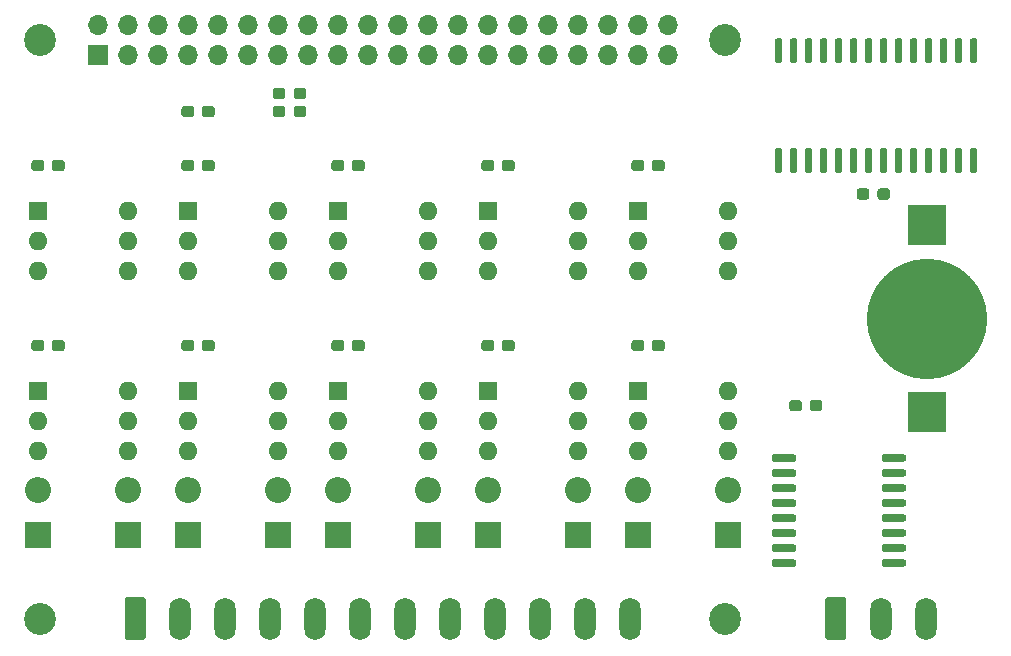
<source format=gts>
G04 #@! TF.GenerationSoftware,KiCad,Pcbnew,5.1.5-52549c5~84~ubuntu19.04.1*
G04 #@! TF.CreationDate,2020-02-11T15:19:44+02:00*
G04 #@! TF.ProjectId,switch-control-hat,73776974-6368-42d6-936f-6e74726f6c2d,rev?*
G04 #@! TF.SameCoordinates,Original*
G04 #@! TF.FileFunction,Soldermask,Top*
G04 #@! TF.FilePolarity,Negative*
%FSLAX46Y46*%
G04 Gerber Fmt 4.6, Leading zero omitted, Abs format (unit mm)*
G04 Created by KiCad (PCBNEW 5.1.5-52549c5~84~ubuntu19.04.1) date 2020-02-11 15:19:44*
%MOMM*%
%LPD*%
G04 APERTURE LIST*
%ADD10C,0.100000*%
%ADD11C,10.200000*%
%ADD12R,3.300000X3.500000*%
%ADD13R,1.700000X1.700000*%
%ADD14O,1.700000X1.700000*%
%ADD15O,1.800000X3.600000*%
%ADD16R,2.200000X2.200000*%
%ADD17O,2.200000X2.200000*%
%ADD18R,1.600000X1.600000*%
%ADD19O,1.600000X1.600000*%
%ADD20C,2.700000*%
G04 APERTURE END LIST*
D10*
G36*
X266204703Y-97335722D02*
G01*
X266219264Y-97337882D01*
X266233543Y-97341459D01*
X266247403Y-97346418D01*
X266260710Y-97352712D01*
X266273336Y-97360280D01*
X266285159Y-97369048D01*
X266296066Y-97378934D01*
X266305952Y-97389841D01*
X266314720Y-97401664D01*
X266322288Y-97414290D01*
X266328582Y-97427597D01*
X266333541Y-97441457D01*
X266337118Y-97455736D01*
X266339278Y-97470297D01*
X266340000Y-97485000D01*
X266340000Y-99235000D01*
X266339278Y-99249703D01*
X266337118Y-99264264D01*
X266333541Y-99278543D01*
X266328582Y-99292403D01*
X266322288Y-99305710D01*
X266314720Y-99318336D01*
X266305952Y-99330159D01*
X266296066Y-99341066D01*
X266285159Y-99350952D01*
X266273336Y-99359720D01*
X266260710Y-99367288D01*
X266247403Y-99373582D01*
X266233543Y-99378541D01*
X266219264Y-99382118D01*
X266204703Y-99384278D01*
X266190000Y-99385000D01*
X265890000Y-99385000D01*
X265875297Y-99384278D01*
X265860736Y-99382118D01*
X265846457Y-99378541D01*
X265832597Y-99373582D01*
X265819290Y-99367288D01*
X265806664Y-99359720D01*
X265794841Y-99350952D01*
X265783934Y-99341066D01*
X265774048Y-99330159D01*
X265765280Y-99318336D01*
X265757712Y-99305710D01*
X265751418Y-99292403D01*
X265746459Y-99278543D01*
X265742882Y-99264264D01*
X265740722Y-99249703D01*
X265740000Y-99235000D01*
X265740000Y-97485000D01*
X265740722Y-97470297D01*
X265742882Y-97455736D01*
X265746459Y-97441457D01*
X265751418Y-97427597D01*
X265757712Y-97414290D01*
X265765280Y-97401664D01*
X265774048Y-97389841D01*
X265783934Y-97378934D01*
X265794841Y-97369048D01*
X265806664Y-97360280D01*
X265819290Y-97352712D01*
X265832597Y-97346418D01*
X265846457Y-97341459D01*
X265860736Y-97337882D01*
X265875297Y-97335722D01*
X265890000Y-97335000D01*
X266190000Y-97335000D01*
X266204703Y-97335722D01*
G37*
G36*
X267474703Y-97335722D02*
G01*
X267489264Y-97337882D01*
X267503543Y-97341459D01*
X267517403Y-97346418D01*
X267530710Y-97352712D01*
X267543336Y-97360280D01*
X267555159Y-97369048D01*
X267566066Y-97378934D01*
X267575952Y-97389841D01*
X267584720Y-97401664D01*
X267592288Y-97414290D01*
X267598582Y-97427597D01*
X267603541Y-97441457D01*
X267607118Y-97455736D01*
X267609278Y-97470297D01*
X267610000Y-97485000D01*
X267610000Y-99235000D01*
X267609278Y-99249703D01*
X267607118Y-99264264D01*
X267603541Y-99278543D01*
X267598582Y-99292403D01*
X267592288Y-99305710D01*
X267584720Y-99318336D01*
X267575952Y-99330159D01*
X267566066Y-99341066D01*
X267555159Y-99350952D01*
X267543336Y-99359720D01*
X267530710Y-99367288D01*
X267517403Y-99373582D01*
X267503543Y-99378541D01*
X267489264Y-99382118D01*
X267474703Y-99384278D01*
X267460000Y-99385000D01*
X267160000Y-99385000D01*
X267145297Y-99384278D01*
X267130736Y-99382118D01*
X267116457Y-99378541D01*
X267102597Y-99373582D01*
X267089290Y-99367288D01*
X267076664Y-99359720D01*
X267064841Y-99350952D01*
X267053934Y-99341066D01*
X267044048Y-99330159D01*
X267035280Y-99318336D01*
X267027712Y-99305710D01*
X267021418Y-99292403D01*
X267016459Y-99278543D01*
X267012882Y-99264264D01*
X267010722Y-99249703D01*
X267010000Y-99235000D01*
X267010000Y-97485000D01*
X267010722Y-97470297D01*
X267012882Y-97455736D01*
X267016459Y-97441457D01*
X267021418Y-97427597D01*
X267027712Y-97414290D01*
X267035280Y-97401664D01*
X267044048Y-97389841D01*
X267053934Y-97378934D01*
X267064841Y-97369048D01*
X267076664Y-97360280D01*
X267089290Y-97352712D01*
X267102597Y-97346418D01*
X267116457Y-97341459D01*
X267130736Y-97337882D01*
X267145297Y-97335722D01*
X267160000Y-97335000D01*
X267460000Y-97335000D01*
X267474703Y-97335722D01*
G37*
G36*
X268744703Y-97335722D02*
G01*
X268759264Y-97337882D01*
X268773543Y-97341459D01*
X268787403Y-97346418D01*
X268800710Y-97352712D01*
X268813336Y-97360280D01*
X268825159Y-97369048D01*
X268836066Y-97378934D01*
X268845952Y-97389841D01*
X268854720Y-97401664D01*
X268862288Y-97414290D01*
X268868582Y-97427597D01*
X268873541Y-97441457D01*
X268877118Y-97455736D01*
X268879278Y-97470297D01*
X268880000Y-97485000D01*
X268880000Y-99235000D01*
X268879278Y-99249703D01*
X268877118Y-99264264D01*
X268873541Y-99278543D01*
X268868582Y-99292403D01*
X268862288Y-99305710D01*
X268854720Y-99318336D01*
X268845952Y-99330159D01*
X268836066Y-99341066D01*
X268825159Y-99350952D01*
X268813336Y-99359720D01*
X268800710Y-99367288D01*
X268787403Y-99373582D01*
X268773543Y-99378541D01*
X268759264Y-99382118D01*
X268744703Y-99384278D01*
X268730000Y-99385000D01*
X268430000Y-99385000D01*
X268415297Y-99384278D01*
X268400736Y-99382118D01*
X268386457Y-99378541D01*
X268372597Y-99373582D01*
X268359290Y-99367288D01*
X268346664Y-99359720D01*
X268334841Y-99350952D01*
X268323934Y-99341066D01*
X268314048Y-99330159D01*
X268305280Y-99318336D01*
X268297712Y-99305710D01*
X268291418Y-99292403D01*
X268286459Y-99278543D01*
X268282882Y-99264264D01*
X268280722Y-99249703D01*
X268280000Y-99235000D01*
X268280000Y-97485000D01*
X268280722Y-97470297D01*
X268282882Y-97455736D01*
X268286459Y-97441457D01*
X268291418Y-97427597D01*
X268297712Y-97414290D01*
X268305280Y-97401664D01*
X268314048Y-97389841D01*
X268323934Y-97378934D01*
X268334841Y-97369048D01*
X268346664Y-97360280D01*
X268359290Y-97352712D01*
X268372597Y-97346418D01*
X268386457Y-97341459D01*
X268400736Y-97337882D01*
X268415297Y-97335722D01*
X268430000Y-97335000D01*
X268730000Y-97335000D01*
X268744703Y-97335722D01*
G37*
G36*
X270014703Y-97335722D02*
G01*
X270029264Y-97337882D01*
X270043543Y-97341459D01*
X270057403Y-97346418D01*
X270070710Y-97352712D01*
X270083336Y-97360280D01*
X270095159Y-97369048D01*
X270106066Y-97378934D01*
X270115952Y-97389841D01*
X270124720Y-97401664D01*
X270132288Y-97414290D01*
X270138582Y-97427597D01*
X270143541Y-97441457D01*
X270147118Y-97455736D01*
X270149278Y-97470297D01*
X270150000Y-97485000D01*
X270150000Y-99235000D01*
X270149278Y-99249703D01*
X270147118Y-99264264D01*
X270143541Y-99278543D01*
X270138582Y-99292403D01*
X270132288Y-99305710D01*
X270124720Y-99318336D01*
X270115952Y-99330159D01*
X270106066Y-99341066D01*
X270095159Y-99350952D01*
X270083336Y-99359720D01*
X270070710Y-99367288D01*
X270057403Y-99373582D01*
X270043543Y-99378541D01*
X270029264Y-99382118D01*
X270014703Y-99384278D01*
X270000000Y-99385000D01*
X269700000Y-99385000D01*
X269685297Y-99384278D01*
X269670736Y-99382118D01*
X269656457Y-99378541D01*
X269642597Y-99373582D01*
X269629290Y-99367288D01*
X269616664Y-99359720D01*
X269604841Y-99350952D01*
X269593934Y-99341066D01*
X269584048Y-99330159D01*
X269575280Y-99318336D01*
X269567712Y-99305710D01*
X269561418Y-99292403D01*
X269556459Y-99278543D01*
X269552882Y-99264264D01*
X269550722Y-99249703D01*
X269550000Y-99235000D01*
X269550000Y-97485000D01*
X269550722Y-97470297D01*
X269552882Y-97455736D01*
X269556459Y-97441457D01*
X269561418Y-97427597D01*
X269567712Y-97414290D01*
X269575280Y-97401664D01*
X269584048Y-97389841D01*
X269593934Y-97378934D01*
X269604841Y-97369048D01*
X269616664Y-97360280D01*
X269629290Y-97352712D01*
X269642597Y-97346418D01*
X269656457Y-97341459D01*
X269670736Y-97337882D01*
X269685297Y-97335722D01*
X269700000Y-97335000D01*
X270000000Y-97335000D01*
X270014703Y-97335722D01*
G37*
G36*
X271284703Y-97335722D02*
G01*
X271299264Y-97337882D01*
X271313543Y-97341459D01*
X271327403Y-97346418D01*
X271340710Y-97352712D01*
X271353336Y-97360280D01*
X271365159Y-97369048D01*
X271376066Y-97378934D01*
X271385952Y-97389841D01*
X271394720Y-97401664D01*
X271402288Y-97414290D01*
X271408582Y-97427597D01*
X271413541Y-97441457D01*
X271417118Y-97455736D01*
X271419278Y-97470297D01*
X271420000Y-97485000D01*
X271420000Y-99235000D01*
X271419278Y-99249703D01*
X271417118Y-99264264D01*
X271413541Y-99278543D01*
X271408582Y-99292403D01*
X271402288Y-99305710D01*
X271394720Y-99318336D01*
X271385952Y-99330159D01*
X271376066Y-99341066D01*
X271365159Y-99350952D01*
X271353336Y-99359720D01*
X271340710Y-99367288D01*
X271327403Y-99373582D01*
X271313543Y-99378541D01*
X271299264Y-99382118D01*
X271284703Y-99384278D01*
X271270000Y-99385000D01*
X270970000Y-99385000D01*
X270955297Y-99384278D01*
X270940736Y-99382118D01*
X270926457Y-99378541D01*
X270912597Y-99373582D01*
X270899290Y-99367288D01*
X270886664Y-99359720D01*
X270874841Y-99350952D01*
X270863934Y-99341066D01*
X270854048Y-99330159D01*
X270845280Y-99318336D01*
X270837712Y-99305710D01*
X270831418Y-99292403D01*
X270826459Y-99278543D01*
X270822882Y-99264264D01*
X270820722Y-99249703D01*
X270820000Y-99235000D01*
X270820000Y-97485000D01*
X270820722Y-97470297D01*
X270822882Y-97455736D01*
X270826459Y-97441457D01*
X270831418Y-97427597D01*
X270837712Y-97414290D01*
X270845280Y-97401664D01*
X270854048Y-97389841D01*
X270863934Y-97378934D01*
X270874841Y-97369048D01*
X270886664Y-97360280D01*
X270899290Y-97352712D01*
X270912597Y-97346418D01*
X270926457Y-97341459D01*
X270940736Y-97337882D01*
X270955297Y-97335722D01*
X270970000Y-97335000D01*
X271270000Y-97335000D01*
X271284703Y-97335722D01*
G37*
G36*
X272554703Y-97335722D02*
G01*
X272569264Y-97337882D01*
X272583543Y-97341459D01*
X272597403Y-97346418D01*
X272610710Y-97352712D01*
X272623336Y-97360280D01*
X272635159Y-97369048D01*
X272646066Y-97378934D01*
X272655952Y-97389841D01*
X272664720Y-97401664D01*
X272672288Y-97414290D01*
X272678582Y-97427597D01*
X272683541Y-97441457D01*
X272687118Y-97455736D01*
X272689278Y-97470297D01*
X272690000Y-97485000D01*
X272690000Y-99235000D01*
X272689278Y-99249703D01*
X272687118Y-99264264D01*
X272683541Y-99278543D01*
X272678582Y-99292403D01*
X272672288Y-99305710D01*
X272664720Y-99318336D01*
X272655952Y-99330159D01*
X272646066Y-99341066D01*
X272635159Y-99350952D01*
X272623336Y-99359720D01*
X272610710Y-99367288D01*
X272597403Y-99373582D01*
X272583543Y-99378541D01*
X272569264Y-99382118D01*
X272554703Y-99384278D01*
X272540000Y-99385000D01*
X272240000Y-99385000D01*
X272225297Y-99384278D01*
X272210736Y-99382118D01*
X272196457Y-99378541D01*
X272182597Y-99373582D01*
X272169290Y-99367288D01*
X272156664Y-99359720D01*
X272144841Y-99350952D01*
X272133934Y-99341066D01*
X272124048Y-99330159D01*
X272115280Y-99318336D01*
X272107712Y-99305710D01*
X272101418Y-99292403D01*
X272096459Y-99278543D01*
X272092882Y-99264264D01*
X272090722Y-99249703D01*
X272090000Y-99235000D01*
X272090000Y-97485000D01*
X272090722Y-97470297D01*
X272092882Y-97455736D01*
X272096459Y-97441457D01*
X272101418Y-97427597D01*
X272107712Y-97414290D01*
X272115280Y-97401664D01*
X272124048Y-97389841D01*
X272133934Y-97378934D01*
X272144841Y-97369048D01*
X272156664Y-97360280D01*
X272169290Y-97352712D01*
X272182597Y-97346418D01*
X272196457Y-97341459D01*
X272210736Y-97337882D01*
X272225297Y-97335722D01*
X272240000Y-97335000D01*
X272540000Y-97335000D01*
X272554703Y-97335722D01*
G37*
G36*
X273824703Y-97335722D02*
G01*
X273839264Y-97337882D01*
X273853543Y-97341459D01*
X273867403Y-97346418D01*
X273880710Y-97352712D01*
X273893336Y-97360280D01*
X273905159Y-97369048D01*
X273916066Y-97378934D01*
X273925952Y-97389841D01*
X273934720Y-97401664D01*
X273942288Y-97414290D01*
X273948582Y-97427597D01*
X273953541Y-97441457D01*
X273957118Y-97455736D01*
X273959278Y-97470297D01*
X273960000Y-97485000D01*
X273960000Y-99235000D01*
X273959278Y-99249703D01*
X273957118Y-99264264D01*
X273953541Y-99278543D01*
X273948582Y-99292403D01*
X273942288Y-99305710D01*
X273934720Y-99318336D01*
X273925952Y-99330159D01*
X273916066Y-99341066D01*
X273905159Y-99350952D01*
X273893336Y-99359720D01*
X273880710Y-99367288D01*
X273867403Y-99373582D01*
X273853543Y-99378541D01*
X273839264Y-99382118D01*
X273824703Y-99384278D01*
X273810000Y-99385000D01*
X273510000Y-99385000D01*
X273495297Y-99384278D01*
X273480736Y-99382118D01*
X273466457Y-99378541D01*
X273452597Y-99373582D01*
X273439290Y-99367288D01*
X273426664Y-99359720D01*
X273414841Y-99350952D01*
X273403934Y-99341066D01*
X273394048Y-99330159D01*
X273385280Y-99318336D01*
X273377712Y-99305710D01*
X273371418Y-99292403D01*
X273366459Y-99278543D01*
X273362882Y-99264264D01*
X273360722Y-99249703D01*
X273360000Y-99235000D01*
X273360000Y-97485000D01*
X273360722Y-97470297D01*
X273362882Y-97455736D01*
X273366459Y-97441457D01*
X273371418Y-97427597D01*
X273377712Y-97414290D01*
X273385280Y-97401664D01*
X273394048Y-97389841D01*
X273403934Y-97378934D01*
X273414841Y-97369048D01*
X273426664Y-97360280D01*
X273439290Y-97352712D01*
X273452597Y-97346418D01*
X273466457Y-97341459D01*
X273480736Y-97337882D01*
X273495297Y-97335722D01*
X273510000Y-97335000D01*
X273810000Y-97335000D01*
X273824703Y-97335722D01*
G37*
G36*
X275094703Y-97335722D02*
G01*
X275109264Y-97337882D01*
X275123543Y-97341459D01*
X275137403Y-97346418D01*
X275150710Y-97352712D01*
X275163336Y-97360280D01*
X275175159Y-97369048D01*
X275186066Y-97378934D01*
X275195952Y-97389841D01*
X275204720Y-97401664D01*
X275212288Y-97414290D01*
X275218582Y-97427597D01*
X275223541Y-97441457D01*
X275227118Y-97455736D01*
X275229278Y-97470297D01*
X275230000Y-97485000D01*
X275230000Y-99235000D01*
X275229278Y-99249703D01*
X275227118Y-99264264D01*
X275223541Y-99278543D01*
X275218582Y-99292403D01*
X275212288Y-99305710D01*
X275204720Y-99318336D01*
X275195952Y-99330159D01*
X275186066Y-99341066D01*
X275175159Y-99350952D01*
X275163336Y-99359720D01*
X275150710Y-99367288D01*
X275137403Y-99373582D01*
X275123543Y-99378541D01*
X275109264Y-99382118D01*
X275094703Y-99384278D01*
X275080000Y-99385000D01*
X274780000Y-99385000D01*
X274765297Y-99384278D01*
X274750736Y-99382118D01*
X274736457Y-99378541D01*
X274722597Y-99373582D01*
X274709290Y-99367288D01*
X274696664Y-99359720D01*
X274684841Y-99350952D01*
X274673934Y-99341066D01*
X274664048Y-99330159D01*
X274655280Y-99318336D01*
X274647712Y-99305710D01*
X274641418Y-99292403D01*
X274636459Y-99278543D01*
X274632882Y-99264264D01*
X274630722Y-99249703D01*
X274630000Y-99235000D01*
X274630000Y-97485000D01*
X274630722Y-97470297D01*
X274632882Y-97455736D01*
X274636459Y-97441457D01*
X274641418Y-97427597D01*
X274647712Y-97414290D01*
X274655280Y-97401664D01*
X274664048Y-97389841D01*
X274673934Y-97378934D01*
X274684841Y-97369048D01*
X274696664Y-97360280D01*
X274709290Y-97352712D01*
X274722597Y-97346418D01*
X274736457Y-97341459D01*
X274750736Y-97337882D01*
X274765297Y-97335722D01*
X274780000Y-97335000D01*
X275080000Y-97335000D01*
X275094703Y-97335722D01*
G37*
G36*
X276364703Y-97335722D02*
G01*
X276379264Y-97337882D01*
X276393543Y-97341459D01*
X276407403Y-97346418D01*
X276420710Y-97352712D01*
X276433336Y-97360280D01*
X276445159Y-97369048D01*
X276456066Y-97378934D01*
X276465952Y-97389841D01*
X276474720Y-97401664D01*
X276482288Y-97414290D01*
X276488582Y-97427597D01*
X276493541Y-97441457D01*
X276497118Y-97455736D01*
X276499278Y-97470297D01*
X276500000Y-97485000D01*
X276500000Y-99235000D01*
X276499278Y-99249703D01*
X276497118Y-99264264D01*
X276493541Y-99278543D01*
X276488582Y-99292403D01*
X276482288Y-99305710D01*
X276474720Y-99318336D01*
X276465952Y-99330159D01*
X276456066Y-99341066D01*
X276445159Y-99350952D01*
X276433336Y-99359720D01*
X276420710Y-99367288D01*
X276407403Y-99373582D01*
X276393543Y-99378541D01*
X276379264Y-99382118D01*
X276364703Y-99384278D01*
X276350000Y-99385000D01*
X276050000Y-99385000D01*
X276035297Y-99384278D01*
X276020736Y-99382118D01*
X276006457Y-99378541D01*
X275992597Y-99373582D01*
X275979290Y-99367288D01*
X275966664Y-99359720D01*
X275954841Y-99350952D01*
X275943934Y-99341066D01*
X275934048Y-99330159D01*
X275925280Y-99318336D01*
X275917712Y-99305710D01*
X275911418Y-99292403D01*
X275906459Y-99278543D01*
X275902882Y-99264264D01*
X275900722Y-99249703D01*
X275900000Y-99235000D01*
X275900000Y-97485000D01*
X275900722Y-97470297D01*
X275902882Y-97455736D01*
X275906459Y-97441457D01*
X275911418Y-97427597D01*
X275917712Y-97414290D01*
X275925280Y-97401664D01*
X275934048Y-97389841D01*
X275943934Y-97378934D01*
X275954841Y-97369048D01*
X275966664Y-97360280D01*
X275979290Y-97352712D01*
X275992597Y-97346418D01*
X276006457Y-97341459D01*
X276020736Y-97337882D01*
X276035297Y-97335722D01*
X276050000Y-97335000D01*
X276350000Y-97335000D01*
X276364703Y-97335722D01*
G37*
G36*
X277634703Y-97335722D02*
G01*
X277649264Y-97337882D01*
X277663543Y-97341459D01*
X277677403Y-97346418D01*
X277690710Y-97352712D01*
X277703336Y-97360280D01*
X277715159Y-97369048D01*
X277726066Y-97378934D01*
X277735952Y-97389841D01*
X277744720Y-97401664D01*
X277752288Y-97414290D01*
X277758582Y-97427597D01*
X277763541Y-97441457D01*
X277767118Y-97455736D01*
X277769278Y-97470297D01*
X277770000Y-97485000D01*
X277770000Y-99235000D01*
X277769278Y-99249703D01*
X277767118Y-99264264D01*
X277763541Y-99278543D01*
X277758582Y-99292403D01*
X277752288Y-99305710D01*
X277744720Y-99318336D01*
X277735952Y-99330159D01*
X277726066Y-99341066D01*
X277715159Y-99350952D01*
X277703336Y-99359720D01*
X277690710Y-99367288D01*
X277677403Y-99373582D01*
X277663543Y-99378541D01*
X277649264Y-99382118D01*
X277634703Y-99384278D01*
X277620000Y-99385000D01*
X277320000Y-99385000D01*
X277305297Y-99384278D01*
X277290736Y-99382118D01*
X277276457Y-99378541D01*
X277262597Y-99373582D01*
X277249290Y-99367288D01*
X277236664Y-99359720D01*
X277224841Y-99350952D01*
X277213934Y-99341066D01*
X277204048Y-99330159D01*
X277195280Y-99318336D01*
X277187712Y-99305710D01*
X277181418Y-99292403D01*
X277176459Y-99278543D01*
X277172882Y-99264264D01*
X277170722Y-99249703D01*
X277170000Y-99235000D01*
X277170000Y-97485000D01*
X277170722Y-97470297D01*
X277172882Y-97455736D01*
X277176459Y-97441457D01*
X277181418Y-97427597D01*
X277187712Y-97414290D01*
X277195280Y-97401664D01*
X277204048Y-97389841D01*
X277213934Y-97378934D01*
X277224841Y-97369048D01*
X277236664Y-97360280D01*
X277249290Y-97352712D01*
X277262597Y-97346418D01*
X277276457Y-97341459D01*
X277290736Y-97337882D01*
X277305297Y-97335722D01*
X277320000Y-97335000D01*
X277620000Y-97335000D01*
X277634703Y-97335722D01*
G37*
G36*
X278904703Y-97335722D02*
G01*
X278919264Y-97337882D01*
X278933543Y-97341459D01*
X278947403Y-97346418D01*
X278960710Y-97352712D01*
X278973336Y-97360280D01*
X278985159Y-97369048D01*
X278996066Y-97378934D01*
X279005952Y-97389841D01*
X279014720Y-97401664D01*
X279022288Y-97414290D01*
X279028582Y-97427597D01*
X279033541Y-97441457D01*
X279037118Y-97455736D01*
X279039278Y-97470297D01*
X279040000Y-97485000D01*
X279040000Y-99235000D01*
X279039278Y-99249703D01*
X279037118Y-99264264D01*
X279033541Y-99278543D01*
X279028582Y-99292403D01*
X279022288Y-99305710D01*
X279014720Y-99318336D01*
X279005952Y-99330159D01*
X278996066Y-99341066D01*
X278985159Y-99350952D01*
X278973336Y-99359720D01*
X278960710Y-99367288D01*
X278947403Y-99373582D01*
X278933543Y-99378541D01*
X278919264Y-99382118D01*
X278904703Y-99384278D01*
X278890000Y-99385000D01*
X278590000Y-99385000D01*
X278575297Y-99384278D01*
X278560736Y-99382118D01*
X278546457Y-99378541D01*
X278532597Y-99373582D01*
X278519290Y-99367288D01*
X278506664Y-99359720D01*
X278494841Y-99350952D01*
X278483934Y-99341066D01*
X278474048Y-99330159D01*
X278465280Y-99318336D01*
X278457712Y-99305710D01*
X278451418Y-99292403D01*
X278446459Y-99278543D01*
X278442882Y-99264264D01*
X278440722Y-99249703D01*
X278440000Y-99235000D01*
X278440000Y-97485000D01*
X278440722Y-97470297D01*
X278442882Y-97455736D01*
X278446459Y-97441457D01*
X278451418Y-97427597D01*
X278457712Y-97414290D01*
X278465280Y-97401664D01*
X278474048Y-97389841D01*
X278483934Y-97378934D01*
X278494841Y-97369048D01*
X278506664Y-97360280D01*
X278519290Y-97352712D01*
X278532597Y-97346418D01*
X278546457Y-97341459D01*
X278560736Y-97337882D01*
X278575297Y-97335722D01*
X278590000Y-97335000D01*
X278890000Y-97335000D01*
X278904703Y-97335722D01*
G37*
G36*
X280174703Y-97335722D02*
G01*
X280189264Y-97337882D01*
X280203543Y-97341459D01*
X280217403Y-97346418D01*
X280230710Y-97352712D01*
X280243336Y-97360280D01*
X280255159Y-97369048D01*
X280266066Y-97378934D01*
X280275952Y-97389841D01*
X280284720Y-97401664D01*
X280292288Y-97414290D01*
X280298582Y-97427597D01*
X280303541Y-97441457D01*
X280307118Y-97455736D01*
X280309278Y-97470297D01*
X280310000Y-97485000D01*
X280310000Y-99235000D01*
X280309278Y-99249703D01*
X280307118Y-99264264D01*
X280303541Y-99278543D01*
X280298582Y-99292403D01*
X280292288Y-99305710D01*
X280284720Y-99318336D01*
X280275952Y-99330159D01*
X280266066Y-99341066D01*
X280255159Y-99350952D01*
X280243336Y-99359720D01*
X280230710Y-99367288D01*
X280217403Y-99373582D01*
X280203543Y-99378541D01*
X280189264Y-99382118D01*
X280174703Y-99384278D01*
X280160000Y-99385000D01*
X279860000Y-99385000D01*
X279845297Y-99384278D01*
X279830736Y-99382118D01*
X279816457Y-99378541D01*
X279802597Y-99373582D01*
X279789290Y-99367288D01*
X279776664Y-99359720D01*
X279764841Y-99350952D01*
X279753934Y-99341066D01*
X279744048Y-99330159D01*
X279735280Y-99318336D01*
X279727712Y-99305710D01*
X279721418Y-99292403D01*
X279716459Y-99278543D01*
X279712882Y-99264264D01*
X279710722Y-99249703D01*
X279710000Y-99235000D01*
X279710000Y-97485000D01*
X279710722Y-97470297D01*
X279712882Y-97455736D01*
X279716459Y-97441457D01*
X279721418Y-97427597D01*
X279727712Y-97414290D01*
X279735280Y-97401664D01*
X279744048Y-97389841D01*
X279753934Y-97378934D01*
X279764841Y-97369048D01*
X279776664Y-97360280D01*
X279789290Y-97352712D01*
X279802597Y-97346418D01*
X279816457Y-97341459D01*
X279830736Y-97337882D01*
X279845297Y-97335722D01*
X279860000Y-97335000D01*
X280160000Y-97335000D01*
X280174703Y-97335722D01*
G37*
G36*
X281444703Y-97335722D02*
G01*
X281459264Y-97337882D01*
X281473543Y-97341459D01*
X281487403Y-97346418D01*
X281500710Y-97352712D01*
X281513336Y-97360280D01*
X281525159Y-97369048D01*
X281536066Y-97378934D01*
X281545952Y-97389841D01*
X281554720Y-97401664D01*
X281562288Y-97414290D01*
X281568582Y-97427597D01*
X281573541Y-97441457D01*
X281577118Y-97455736D01*
X281579278Y-97470297D01*
X281580000Y-97485000D01*
X281580000Y-99235000D01*
X281579278Y-99249703D01*
X281577118Y-99264264D01*
X281573541Y-99278543D01*
X281568582Y-99292403D01*
X281562288Y-99305710D01*
X281554720Y-99318336D01*
X281545952Y-99330159D01*
X281536066Y-99341066D01*
X281525159Y-99350952D01*
X281513336Y-99359720D01*
X281500710Y-99367288D01*
X281487403Y-99373582D01*
X281473543Y-99378541D01*
X281459264Y-99382118D01*
X281444703Y-99384278D01*
X281430000Y-99385000D01*
X281130000Y-99385000D01*
X281115297Y-99384278D01*
X281100736Y-99382118D01*
X281086457Y-99378541D01*
X281072597Y-99373582D01*
X281059290Y-99367288D01*
X281046664Y-99359720D01*
X281034841Y-99350952D01*
X281023934Y-99341066D01*
X281014048Y-99330159D01*
X281005280Y-99318336D01*
X280997712Y-99305710D01*
X280991418Y-99292403D01*
X280986459Y-99278543D01*
X280982882Y-99264264D01*
X280980722Y-99249703D01*
X280980000Y-99235000D01*
X280980000Y-97485000D01*
X280980722Y-97470297D01*
X280982882Y-97455736D01*
X280986459Y-97441457D01*
X280991418Y-97427597D01*
X280997712Y-97414290D01*
X281005280Y-97401664D01*
X281014048Y-97389841D01*
X281023934Y-97378934D01*
X281034841Y-97369048D01*
X281046664Y-97360280D01*
X281059290Y-97352712D01*
X281072597Y-97346418D01*
X281086457Y-97341459D01*
X281100736Y-97337882D01*
X281115297Y-97335722D01*
X281130000Y-97335000D01*
X281430000Y-97335000D01*
X281444703Y-97335722D01*
G37*
G36*
X282714703Y-97335722D02*
G01*
X282729264Y-97337882D01*
X282743543Y-97341459D01*
X282757403Y-97346418D01*
X282770710Y-97352712D01*
X282783336Y-97360280D01*
X282795159Y-97369048D01*
X282806066Y-97378934D01*
X282815952Y-97389841D01*
X282824720Y-97401664D01*
X282832288Y-97414290D01*
X282838582Y-97427597D01*
X282843541Y-97441457D01*
X282847118Y-97455736D01*
X282849278Y-97470297D01*
X282850000Y-97485000D01*
X282850000Y-99235000D01*
X282849278Y-99249703D01*
X282847118Y-99264264D01*
X282843541Y-99278543D01*
X282838582Y-99292403D01*
X282832288Y-99305710D01*
X282824720Y-99318336D01*
X282815952Y-99330159D01*
X282806066Y-99341066D01*
X282795159Y-99350952D01*
X282783336Y-99359720D01*
X282770710Y-99367288D01*
X282757403Y-99373582D01*
X282743543Y-99378541D01*
X282729264Y-99382118D01*
X282714703Y-99384278D01*
X282700000Y-99385000D01*
X282400000Y-99385000D01*
X282385297Y-99384278D01*
X282370736Y-99382118D01*
X282356457Y-99378541D01*
X282342597Y-99373582D01*
X282329290Y-99367288D01*
X282316664Y-99359720D01*
X282304841Y-99350952D01*
X282293934Y-99341066D01*
X282284048Y-99330159D01*
X282275280Y-99318336D01*
X282267712Y-99305710D01*
X282261418Y-99292403D01*
X282256459Y-99278543D01*
X282252882Y-99264264D01*
X282250722Y-99249703D01*
X282250000Y-99235000D01*
X282250000Y-97485000D01*
X282250722Y-97470297D01*
X282252882Y-97455736D01*
X282256459Y-97441457D01*
X282261418Y-97427597D01*
X282267712Y-97414290D01*
X282275280Y-97401664D01*
X282284048Y-97389841D01*
X282293934Y-97378934D01*
X282304841Y-97369048D01*
X282316664Y-97360280D01*
X282329290Y-97352712D01*
X282342597Y-97346418D01*
X282356457Y-97341459D01*
X282370736Y-97337882D01*
X282385297Y-97335722D01*
X282400000Y-97335000D01*
X282700000Y-97335000D01*
X282714703Y-97335722D01*
G37*
G36*
X282714703Y-106635722D02*
G01*
X282729264Y-106637882D01*
X282743543Y-106641459D01*
X282757403Y-106646418D01*
X282770710Y-106652712D01*
X282783336Y-106660280D01*
X282795159Y-106669048D01*
X282806066Y-106678934D01*
X282815952Y-106689841D01*
X282824720Y-106701664D01*
X282832288Y-106714290D01*
X282838582Y-106727597D01*
X282843541Y-106741457D01*
X282847118Y-106755736D01*
X282849278Y-106770297D01*
X282850000Y-106785000D01*
X282850000Y-108535000D01*
X282849278Y-108549703D01*
X282847118Y-108564264D01*
X282843541Y-108578543D01*
X282838582Y-108592403D01*
X282832288Y-108605710D01*
X282824720Y-108618336D01*
X282815952Y-108630159D01*
X282806066Y-108641066D01*
X282795159Y-108650952D01*
X282783336Y-108659720D01*
X282770710Y-108667288D01*
X282757403Y-108673582D01*
X282743543Y-108678541D01*
X282729264Y-108682118D01*
X282714703Y-108684278D01*
X282700000Y-108685000D01*
X282400000Y-108685000D01*
X282385297Y-108684278D01*
X282370736Y-108682118D01*
X282356457Y-108678541D01*
X282342597Y-108673582D01*
X282329290Y-108667288D01*
X282316664Y-108659720D01*
X282304841Y-108650952D01*
X282293934Y-108641066D01*
X282284048Y-108630159D01*
X282275280Y-108618336D01*
X282267712Y-108605710D01*
X282261418Y-108592403D01*
X282256459Y-108578543D01*
X282252882Y-108564264D01*
X282250722Y-108549703D01*
X282250000Y-108535000D01*
X282250000Y-106785000D01*
X282250722Y-106770297D01*
X282252882Y-106755736D01*
X282256459Y-106741457D01*
X282261418Y-106727597D01*
X282267712Y-106714290D01*
X282275280Y-106701664D01*
X282284048Y-106689841D01*
X282293934Y-106678934D01*
X282304841Y-106669048D01*
X282316664Y-106660280D01*
X282329290Y-106652712D01*
X282342597Y-106646418D01*
X282356457Y-106641459D01*
X282370736Y-106637882D01*
X282385297Y-106635722D01*
X282400000Y-106635000D01*
X282700000Y-106635000D01*
X282714703Y-106635722D01*
G37*
G36*
X281444703Y-106635722D02*
G01*
X281459264Y-106637882D01*
X281473543Y-106641459D01*
X281487403Y-106646418D01*
X281500710Y-106652712D01*
X281513336Y-106660280D01*
X281525159Y-106669048D01*
X281536066Y-106678934D01*
X281545952Y-106689841D01*
X281554720Y-106701664D01*
X281562288Y-106714290D01*
X281568582Y-106727597D01*
X281573541Y-106741457D01*
X281577118Y-106755736D01*
X281579278Y-106770297D01*
X281580000Y-106785000D01*
X281580000Y-108535000D01*
X281579278Y-108549703D01*
X281577118Y-108564264D01*
X281573541Y-108578543D01*
X281568582Y-108592403D01*
X281562288Y-108605710D01*
X281554720Y-108618336D01*
X281545952Y-108630159D01*
X281536066Y-108641066D01*
X281525159Y-108650952D01*
X281513336Y-108659720D01*
X281500710Y-108667288D01*
X281487403Y-108673582D01*
X281473543Y-108678541D01*
X281459264Y-108682118D01*
X281444703Y-108684278D01*
X281430000Y-108685000D01*
X281130000Y-108685000D01*
X281115297Y-108684278D01*
X281100736Y-108682118D01*
X281086457Y-108678541D01*
X281072597Y-108673582D01*
X281059290Y-108667288D01*
X281046664Y-108659720D01*
X281034841Y-108650952D01*
X281023934Y-108641066D01*
X281014048Y-108630159D01*
X281005280Y-108618336D01*
X280997712Y-108605710D01*
X280991418Y-108592403D01*
X280986459Y-108578543D01*
X280982882Y-108564264D01*
X280980722Y-108549703D01*
X280980000Y-108535000D01*
X280980000Y-106785000D01*
X280980722Y-106770297D01*
X280982882Y-106755736D01*
X280986459Y-106741457D01*
X280991418Y-106727597D01*
X280997712Y-106714290D01*
X281005280Y-106701664D01*
X281014048Y-106689841D01*
X281023934Y-106678934D01*
X281034841Y-106669048D01*
X281046664Y-106660280D01*
X281059290Y-106652712D01*
X281072597Y-106646418D01*
X281086457Y-106641459D01*
X281100736Y-106637882D01*
X281115297Y-106635722D01*
X281130000Y-106635000D01*
X281430000Y-106635000D01*
X281444703Y-106635722D01*
G37*
G36*
X280174703Y-106635722D02*
G01*
X280189264Y-106637882D01*
X280203543Y-106641459D01*
X280217403Y-106646418D01*
X280230710Y-106652712D01*
X280243336Y-106660280D01*
X280255159Y-106669048D01*
X280266066Y-106678934D01*
X280275952Y-106689841D01*
X280284720Y-106701664D01*
X280292288Y-106714290D01*
X280298582Y-106727597D01*
X280303541Y-106741457D01*
X280307118Y-106755736D01*
X280309278Y-106770297D01*
X280310000Y-106785000D01*
X280310000Y-108535000D01*
X280309278Y-108549703D01*
X280307118Y-108564264D01*
X280303541Y-108578543D01*
X280298582Y-108592403D01*
X280292288Y-108605710D01*
X280284720Y-108618336D01*
X280275952Y-108630159D01*
X280266066Y-108641066D01*
X280255159Y-108650952D01*
X280243336Y-108659720D01*
X280230710Y-108667288D01*
X280217403Y-108673582D01*
X280203543Y-108678541D01*
X280189264Y-108682118D01*
X280174703Y-108684278D01*
X280160000Y-108685000D01*
X279860000Y-108685000D01*
X279845297Y-108684278D01*
X279830736Y-108682118D01*
X279816457Y-108678541D01*
X279802597Y-108673582D01*
X279789290Y-108667288D01*
X279776664Y-108659720D01*
X279764841Y-108650952D01*
X279753934Y-108641066D01*
X279744048Y-108630159D01*
X279735280Y-108618336D01*
X279727712Y-108605710D01*
X279721418Y-108592403D01*
X279716459Y-108578543D01*
X279712882Y-108564264D01*
X279710722Y-108549703D01*
X279710000Y-108535000D01*
X279710000Y-106785000D01*
X279710722Y-106770297D01*
X279712882Y-106755736D01*
X279716459Y-106741457D01*
X279721418Y-106727597D01*
X279727712Y-106714290D01*
X279735280Y-106701664D01*
X279744048Y-106689841D01*
X279753934Y-106678934D01*
X279764841Y-106669048D01*
X279776664Y-106660280D01*
X279789290Y-106652712D01*
X279802597Y-106646418D01*
X279816457Y-106641459D01*
X279830736Y-106637882D01*
X279845297Y-106635722D01*
X279860000Y-106635000D01*
X280160000Y-106635000D01*
X280174703Y-106635722D01*
G37*
G36*
X278904703Y-106635722D02*
G01*
X278919264Y-106637882D01*
X278933543Y-106641459D01*
X278947403Y-106646418D01*
X278960710Y-106652712D01*
X278973336Y-106660280D01*
X278985159Y-106669048D01*
X278996066Y-106678934D01*
X279005952Y-106689841D01*
X279014720Y-106701664D01*
X279022288Y-106714290D01*
X279028582Y-106727597D01*
X279033541Y-106741457D01*
X279037118Y-106755736D01*
X279039278Y-106770297D01*
X279040000Y-106785000D01*
X279040000Y-108535000D01*
X279039278Y-108549703D01*
X279037118Y-108564264D01*
X279033541Y-108578543D01*
X279028582Y-108592403D01*
X279022288Y-108605710D01*
X279014720Y-108618336D01*
X279005952Y-108630159D01*
X278996066Y-108641066D01*
X278985159Y-108650952D01*
X278973336Y-108659720D01*
X278960710Y-108667288D01*
X278947403Y-108673582D01*
X278933543Y-108678541D01*
X278919264Y-108682118D01*
X278904703Y-108684278D01*
X278890000Y-108685000D01*
X278590000Y-108685000D01*
X278575297Y-108684278D01*
X278560736Y-108682118D01*
X278546457Y-108678541D01*
X278532597Y-108673582D01*
X278519290Y-108667288D01*
X278506664Y-108659720D01*
X278494841Y-108650952D01*
X278483934Y-108641066D01*
X278474048Y-108630159D01*
X278465280Y-108618336D01*
X278457712Y-108605710D01*
X278451418Y-108592403D01*
X278446459Y-108578543D01*
X278442882Y-108564264D01*
X278440722Y-108549703D01*
X278440000Y-108535000D01*
X278440000Y-106785000D01*
X278440722Y-106770297D01*
X278442882Y-106755736D01*
X278446459Y-106741457D01*
X278451418Y-106727597D01*
X278457712Y-106714290D01*
X278465280Y-106701664D01*
X278474048Y-106689841D01*
X278483934Y-106678934D01*
X278494841Y-106669048D01*
X278506664Y-106660280D01*
X278519290Y-106652712D01*
X278532597Y-106646418D01*
X278546457Y-106641459D01*
X278560736Y-106637882D01*
X278575297Y-106635722D01*
X278590000Y-106635000D01*
X278890000Y-106635000D01*
X278904703Y-106635722D01*
G37*
G36*
X277634703Y-106635722D02*
G01*
X277649264Y-106637882D01*
X277663543Y-106641459D01*
X277677403Y-106646418D01*
X277690710Y-106652712D01*
X277703336Y-106660280D01*
X277715159Y-106669048D01*
X277726066Y-106678934D01*
X277735952Y-106689841D01*
X277744720Y-106701664D01*
X277752288Y-106714290D01*
X277758582Y-106727597D01*
X277763541Y-106741457D01*
X277767118Y-106755736D01*
X277769278Y-106770297D01*
X277770000Y-106785000D01*
X277770000Y-108535000D01*
X277769278Y-108549703D01*
X277767118Y-108564264D01*
X277763541Y-108578543D01*
X277758582Y-108592403D01*
X277752288Y-108605710D01*
X277744720Y-108618336D01*
X277735952Y-108630159D01*
X277726066Y-108641066D01*
X277715159Y-108650952D01*
X277703336Y-108659720D01*
X277690710Y-108667288D01*
X277677403Y-108673582D01*
X277663543Y-108678541D01*
X277649264Y-108682118D01*
X277634703Y-108684278D01*
X277620000Y-108685000D01*
X277320000Y-108685000D01*
X277305297Y-108684278D01*
X277290736Y-108682118D01*
X277276457Y-108678541D01*
X277262597Y-108673582D01*
X277249290Y-108667288D01*
X277236664Y-108659720D01*
X277224841Y-108650952D01*
X277213934Y-108641066D01*
X277204048Y-108630159D01*
X277195280Y-108618336D01*
X277187712Y-108605710D01*
X277181418Y-108592403D01*
X277176459Y-108578543D01*
X277172882Y-108564264D01*
X277170722Y-108549703D01*
X277170000Y-108535000D01*
X277170000Y-106785000D01*
X277170722Y-106770297D01*
X277172882Y-106755736D01*
X277176459Y-106741457D01*
X277181418Y-106727597D01*
X277187712Y-106714290D01*
X277195280Y-106701664D01*
X277204048Y-106689841D01*
X277213934Y-106678934D01*
X277224841Y-106669048D01*
X277236664Y-106660280D01*
X277249290Y-106652712D01*
X277262597Y-106646418D01*
X277276457Y-106641459D01*
X277290736Y-106637882D01*
X277305297Y-106635722D01*
X277320000Y-106635000D01*
X277620000Y-106635000D01*
X277634703Y-106635722D01*
G37*
G36*
X276364703Y-106635722D02*
G01*
X276379264Y-106637882D01*
X276393543Y-106641459D01*
X276407403Y-106646418D01*
X276420710Y-106652712D01*
X276433336Y-106660280D01*
X276445159Y-106669048D01*
X276456066Y-106678934D01*
X276465952Y-106689841D01*
X276474720Y-106701664D01*
X276482288Y-106714290D01*
X276488582Y-106727597D01*
X276493541Y-106741457D01*
X276497118Y-106755736D01*
X276499278Y-106770297D01*
X276500000Y-106785000D01*
X276500000Y-108535000D01*
X276499278Y-108549703D01*
X276497118Y-108564264D01*
X276493541Y-108578543D01*
X276488582Y-108592403D01*
X276482288Y-108605710D01*
X276474720Y-108618336D01*
X276465952Y-108630159D01*
X276456066Y-108641066D01*
X276445159Y-108650952D01*
X276433336Y-108659720D01*
X276420710Y-108667288D01*
X276407403Y-108673582D01*
X276393543Y-108678541D01*
X276379264Y-108682118D01*
X276364703Y-108684278D01*
X276350000Y-108685000D01*
X276050000Y-108685000D01*
X276035297Y-108684278D01*
X276020736Y-108682118D01*
X276006457Y-108678541D01*
X275992597Y-108673582D01*
X275979290Y-108667288D01*
X275966664Y-108659720D01*
X275954841Y-108650952D01*
X275943934Y-108641066D01*
X275934048Y-108630159D01*
X275925280Y-108618336D01*
X275917712Y-108605710D01*
X275911418Y-108592403D01*
X275906459Y-108578543D01*
X275902882Y-108564264D01*
X275900722Y-108549703D01*
X275900000Y-108535000D01*
X275900000Y-106785000D01*
X275900722Y-106770297D01*
X275902882Y-106755736D01*
X275906459Y-106741457D01*
X275911418Y-106727597D01*
X275917712Y-106714290D01*
X275925280Y-106701664D01*
X275934048Y-106689841D01*
X275943934Y-106678934D01*
X275954841Y-106669048D01*
X275966664Y-106660280D01*
X275979290Y-106652712D01*
X275992597Y-106646418D01*
X276006457Y-106641459D01*
X276020736Y-106637882D01*
X276035297Y-106635722D01*
X276050000Y-106635000D01*
X276350000Y-106635000D01*
X276364703Y-106635722D01*
G37*
G36*
X275094703Y-106635722D02*
G01*
X275109264Y-106637882D01*
X275123543Y-106641459D01*
X275137403Y-106646418D01*
X275150710Y-106652712D01*
X275163336Y-106660280D01*
X275175159Y-106669048D01*
X275186066Y-106678934D01*
X275195952Y-106689841D01*
X275204720Y-106701664D01*
X275212288Y-106714290D01*
X275218582Y-106727597D01*
X275223541Y-106741457D01*
X275227118Y-106755736D01*
X275229278Y-106770297D01*
X275230000Y-106785000D01*
X275230000Y-108535000D01*
X275229278Y-108549703D01*
X275227118Y-108564264D01*
X275223541Y-108578543D01*
X275218582Y-108592403D01*
X275212288Y-108605710D01*
X275204720Y-108618336D01*
X275195952Y-108630159D01*
X275186066Y-108641066D01*
X275175159Y-108650952D01*
X275163336Y-108659720D01*
X275150710Y-108667288D01*
X275137403Y-108673582D01*
X275123543Y-108678541D01*
X275109264Y-108682118D01*
X275094703Y-108684278D01*
X275080000Y-108685000D01*
X274780000Y-108685000D01*
X274765297Y-108684278D01*
X274750736Y-108682118D01*
X274736457Y-108678541D01*
X274722597Y-108673582D01*
X274709290Y-108667288D01*
X274696664Y-108659720D01*
X274684841Y-108650952D01*
X274673934Y-108641066D01*
X274664048Y-108630159D01*
X274655280Y-108618336D01*
X274647712Y-108605710D01*
X274641418Y-108592403D01*
X274636459Y-108578543D01*
X274632882Y-108564264D01*
X274630722Y-108549703D01*
X274630000Y-108535000D01*
X274630000Y-106785000D01*
X274630722Y-106770297D01*
X274632882Y-106755736D01*
X274636459Y-106741457D01*
X274641418Y-106727597D01*
X274647712Y-106714290D01*
X274655280Y-106701664D01*
X274664048Y-106689841D01*
X274673934Y-106678934D01*
X274684841Y-106669048D01*
X274696664Y-106660280D01*
X274709290Y-106652712D01*
X274722597Y-106646418D01*
X274736457Y-106641459D01*
X274750736Y-106637882D01*
X274765297Y-106635722D01*
X274780000Y-106635000D01*
X275080000Y-106635000D01*
X275094703Y-106635722D01*
G37*
G36*
X273824703Y-106635722D02*
G01*
X273839264Y-106637882D01*
X273853543Y-106641459D01*
X273867403Y-106646418D01*
X273880710Y-106652712D01*
X273893336Y-106660280D01*
X273905159Y-106669048D01*
X273916066Y-106678934D01*
X273925952Y-106689841D01*
X273934720Y-106701664D01*
X273942288Y-106714290D01*
X273948582Y-106727597D01*
X273953541Y-106741457D01*
X273957118Y-106755736D01*
X273959278Y-106770297D01*
X273960000Y-106785000D01*
X273960000Y-108535000D01*
X273959278Y-108549703D01*
X273957118Y-108564264D01*
X273953541Y-108578543D01*
X273948582Y-108592403D01*
X273942288Y-108605710D01*
X273934720Y-108618336D01*
X273925952Y-108630159D01*
X273916066Y-108641066D01*
X273905159Y-108650952D01*
X273893336Y-108659720D01*
X273880710Y-108667288D01*
X273867403Y-108673582D01*
X273853543Y-108678541D01*
X273839264Y-108682118D01*
X273824703Y-108684278D01*
X273810000Y-108685000D01*
X273510000Y-108685000D01*
X273495297Y-108684278D01*
X273480736Y-108682118D01*
X273466457Y-108678541D01*
X273452597Y-108673582D01*
X273439290Y-108667288D01*
X273426664Y-108659720D01*
X273414841Y-108650952D01*
X273403934Y-108641066D01*
X273394048Y-108630159D01*
X273385280Y-108618336D01*
X273377712Y-108605710D01*
X273371418Y-108592403D01*
X273366459Y-108578543D01*
X273362882Y-108564264D01*
X273360722Y-108549703D01*
X273360000Y-108535000D01*
X273360000Y-106785000D01*
X273360722Y-106770297D01*
X273362882Y-106755736D01*
X273366459Y-106741457D01*
X273371418Y-106727597D01*
X273377712Y-106714290D01*
X273385280Y-106701664D01*
X273394048Y-106689841D01*
X273403934Y-106678934D01*
X273414841Y-106669048D01*
X273426664Y-106660280D01*
X273439290Y-106652712D01*
X273452597Y-106646418D01*
X273466457Y-106641459D01*
X273480736Y-106637882D01*
X273495297Y-106635722D01*
X273510000Y-106635000D01*
X273810000Y-106635000D01*
X273824703Y-106635722D01*
G37*
G36*
X272554703Y-106635722D02*
G01*
X272569264Y-106637882D01*
X272583543Y-106641459D01*
X272597403Y-106646418D01*
X272610710Y-106652712D01*
X272623336Y-106660280D01*
X272635159Y-106669048D01*
X272646066Y-106678934D01*
X272655952Y-106689841D01*
X272664720Y-106701664D01*
X272672288Y-106714290D01*
X272678582Y-106727597D01*
X272683541Y-106741457D01*
X272687118Y-106755736D01*
X272689278Y-106770297D01*
X272690000Y-106785000D01*
X272690000Y-108535000D01*
X272689278Y-108549703D01*
X272687118Y-108564264D01*
X272683541Y-108578543D01*
X272678582Y-108592403D01*
X272672288Y-108605710D01*
X272664720Y-108618336D01*
X272655952Y-108630159D01*
X272646066Y-108641066D01*
X272635159Y-108650952D01*
X272623336Y-108659720D01*
X272610710Y-108667288D01*
X272597403Y-108673582D01*
X272583543Y-108678541D01*
X272569264Y-108682118D01*
X272554703Y-108684278D01*
X272540000Y-108685000D01*
X272240000Y-108685000D01*
X272225297Y-108684278D01*
X272210736Y-108682118D01*
X272196457Y-108678541D01*
X272182597Y-108673582D01*
X272169290Y-108667288D01*
X272156664Y-108659720D01*
X272144841Y-108650952D01*
X272133934Y-108641066D01*
X272124048Y-108630159D01*
X272115280Y-108618336D01*
X272107712Y-108605710D01*
X272101418Y-108592403D01*
X272096459Y-108578543D01*
X272092882Y-108564264D01*
X272090722Y-108549703D01*
X272090000Y-108535000D01*
X272090000Y-106785000D01*
X272090722Y-106770297D01*
X272092882Y-106755736D01*
X272096459Y-106741457D01*
X272101418Y-106727597D01*
X272107712Y-106714290D01*
X272115280Y-106701664D01*
X272124048Y-106689841D01*
X272133934Y-106678934D01*
X272144841Y-106669048D01*
X272156664Y-106660280D01*
X272169290Y-106652712D01*
X272182597Y-106646418D01*
X272196457Y-106641459D01*
X272210736Y-106637882D01*
X272225297Y-106635722D01*
X272240000Y-106635000D01*
X272540000Y-106635000D01*
X272554703Y-106635722D01*
G37*
G36*
X271284703Y-106635722D02*
G01*
X271299264Y-106637882D01*
X271313543Y-106641459D01*
X271327403Y-106646418D01*
X271340710Y-106652712D01*
X271353336Y-106660280D01*
X271365159Y-106669048D01*
X271376066Y-106678934D01*
X271385952Y-106689841D01*
X271394720Y-106701664D01*
X271402288Y-106714290D01*
X271408582Y-106727597D01*
X271413541Y-106741457D01*
X271417118Y-106755736D01*
X271419278Y-106770297D01*
X271420000Y-106785000D01*
X271420000Y-108535000D01*
X271419278Y-108549703D01*
X271417118Y-108564264D01*
X271413541Y-108578543D01*
X271408582Y-108592403D01*
X271402288Y-108605710D01*
X271394720Y-108618336D01*
X271385952Y-108630159D01*
X271376066Y-108641066D01*
X271365159Y-108650952D01*
X271353336Y-108659720D01*
X271340710Y-108667288D01*
X271327403Y-108673582D01*
X271313543Y-108678541D01*
X271299264Y-108682118D01*
X271284703Y-108684278D01*
X271270000Y-108685000D01*
X270970000Y-108685000D01*
X270955297Y-108684278D01*
X270940736Y-108682118D01*
X270926457Y-108678541D01*
X270912597Y-108673582D01*
X270899290Y-108667288D01*
X270886664Y-108659720D01*
X270874841Y-108650952D01*
X270863934Y-108641066D01*
X270854048Y-108630159D01*
X270845280Y-108618336D01*
X270837712Y-108605710D01*
X270831418Y-108592403D01*
X270826459Y-108578543D01*
X270822882Y-108564264D01*
X270820722Y-108549703D01*
X270820000Y-108535000D01*
X270820000Y-106785000D01*
X270820722Y-106770297D01*
X270822882Y-106755736D01*
X270826459Y-106741457D01*
X270831418Y-106727597D01*
X270837712Y-106714290D01*
X270845280Y-106701664D01*
X270854048Y-106689841D01*
X270863934Y-106678934D01*
X270874841Y-106669048D01*
X270886664Y-106660280D01*
X270899290Y-106652712D01*
X270912597Y-106646418D01*
X270926457Y-106641459D01*
X270940736Y-106637882D01*
X270955297Y-106635722D01*
X270970000Y-106635000D01*
X271270000Y-106635000D01*
X271284703Y-106635722D01*
G37*
G36*
X270014703Y-106635722D02*
G01*
X270029264Y-106637882D01*
X270043543Y-106641459D01*
X270057403Y-106646418D01*
X270070710Y-106652712D01*
X270083336Y-106660280D01*
X270095159Y-106669048D01*
X270106066Y-106678934D01*
X270115952Y-106689841D01*
X270124720Y-106701664D01*
X270132288Y-106714290D01*
X270138582Y-106727597D01*
X270143541Y-106741457D01*
X270147118Y-106755736D01*
X270149278Y-106770297D01*
X270150000Y-106785000D01*
X270150000Y-108535000D01*
X270149278Y-108549703D01*
X270147118Y-108564264D01*
X270143541Y-108578543D01*
X270138582Y-108592403D01*
X270132288Y-108605710D01*
X270124720Y-108618336D01*
X270115952Y-108630159D01*
X270106066Y-108641066D01*
X270095159Y-108650952D01*
X270083336Y-108659720D01*
X270070710Y-108667288D01*
X270057403Y-108673582D01*
X270043543Y-108678541D01*
X270029264Y-108682118D01*
X270014703Y-108684278D01*
X270000000Y-108685000D01*
X269700000Y-108685000D01*
X269685297Y-108684278D01*
X269670736Y-108682118D01*
X269656457Y-108678541D01*
X269642597Y-108673582D01*
X269629290Y-108667288D01*
X269616664Y-108659720D01*
X269604841Y-108650952D01*
X269593934Y-108641066D01*
X269584048Y-108630159D01*
X269575280Y-108618336D01*
X269567712Y-108605710D01*
X269561418Y-108592403D01*
X269556459Y-108578543D01*
X269552882Y-108564264D01*
X269550722Y-108549703D01*
X269550000Y-108535000D01*
X269550000Y-106785000D01*
X269550722Y-106770297D01*
X269552882Y-106755736D01*
X269556459Y-106741457D01*
X269561418Y-106727597D01*
X269567712Y-106714290D01*
X269575280Y-106701664D01*
X269584048Y-106689841D01*
X269593934Y-106678934D01*
X269604841Y-106669048D01*
X269616664Y-106660280D01*
X269629290Y-106652712D01*
X269642597Y-106646418D01*
X269656457Y-106641459D01*
X269670736Y-106637882D01*
X269685297Y-106635722D01*
X269700000Y-106635000D01*
X270000000Y-106635000D01*
X270014703Y-106635722D01*
G37*
G36*
X268744703Y-106635722D02*
G01*
X268759264Y-106637882D01*
X268773543Y-106641459D01*
X268787403Y-106646418D01*
X268800710Y-106652712D01*
X268813336Y-106660280D01*
X268825159Y-106669048D01*
X268836066Y-106678934D01*
X268845952Y-106689841D01*
X268854720Y-106701664D01*
X268862288Y-106714290D01*
X268868582Y-106727597D01*
X268873541Y-106741457D01*
X268877118Y-106755736D01*
X268879278Y-106770297D01*
X268880000Y-106785000D01*
X268880000Y-108535000D01*
X268879278Y-108549703D01*
X268877118Y-108564264D01*
X268873541Y-108578543D01*
X268868582Y-108592403D01*
X268862288Y-108605710D01*
X268854720Y-108618336D01*
X268845952Y-108630159D01*
X268836066Y-108641066D01*
X268825159Y-108650952D01*
X268813336Y-108659720D01*
X268800710Y-108667288D01*
X268787403Y-108673582D01*
X268773543Y-108678541D01*
X268759264Y-108682118D01*
X268744703Y-108684278D01*
X268730000Y-108685000D01*
X268430000Y-108685000D01*
X268415297Y-108684278D01*
X268400736Y-108682118D01*
X268386457Y-108678541D01*
X268372597Y-108673582D01*
X268359290Y-108667288D01*
X268346664Y-108659720D01*
X268334841Y-108650952D01*
X268323934Y-108641066D01*
X268314048Y-108630159D01*
X268305280Y-108618336D01*
X268297712Y-108605710D01*
X268291418Y-108592403D01*
X268286459Y-108578543D01*
X268282882Y-108564264D01*
X268280722Y-108549703D01*
X268280000Y-108535000D01*
X268280000Y-106785000D01*
X268280722Y-106770297D01*
X268282882Y-106755736D01*
X268286459Y-106741457D01*
X268291418Y-106727597D01*
X268297712Y-106714290D01*
X268305280Y-106701664D01*
X268314048Y-106689841D01*
X268323934Y-106678934D01*
X268334841Y-106669048D01*
X268346664Y-106660280D01*
X268359290Y-106652712D01*
X268372597Y-106646418D01*
X268386457Y-106641459D01*
X268400736Y-106637882D01*
X268415297Y-106635722D01*
X268430000Y-106635000D01*
X268730000Y-106635000D01*
X268744703Y-106635722D01*
G37*
G36*
X267474703Y-106635722D02*
G01*
X267489264Y-106637882D01*
X267503543Y-106641459D01*
X267517403Y-106646418D01*
X267530710Y-106652712D01*
X267543336Y-106660280D01*
X267555159Y-106669048D01*
X267566066Y-106678934D01*
X267575952Y-106689841D01*
X267584720Y-106701664D01*
X267592288Y-106714290D01*
X267598582Y-106727597D01*
X267603541Y-106741457D01*
X267607118Y-106755736D01*
X267609278Y-106770297D01*
X267610000Y-106785000D01*
X267610000Y-108535000D01*
X267609278Y-108549703D01*
X267607118Y-108564264D01*
X267603541Y-108578543D01*
X267598582Y-108592403D01*
X267592288Y-108605710D01*
X267584720Y-108618336D01*
X267575952Y-108630159D01*
X267566066Y-108641066D01*
X267555159Y-108650952D01*
X267543336Y-108659720D01*
X267530710Y-108667288D01*
X267517403Y-108673582D01*
X267503543Y-108678541D01*
X267489264Y-108682118D01*
X267474703Y-108684278D01*
X267460000Y-108685000D01*
X267160000Y-108685000D01*
X267145297Y-108684278D01*
X267130736Y-108682118D01*
X267116457Y-108678541D01*
X267102597Y-108673582D01*
X267089290Y-108667288D01*
X267076664Y-108659720D01*
X267064841Y-108650952D01*
X267053934Y-108641066D01*
X267044048Y-108630159D01*
X267035280Y-108618336D01*
X267027712Y-108605710D01*
X267021418Y-108592403D01*
X267016459Y-108578543D01*
X267012882Y-108564264D01*
X267010722Y-108549703D01*
X267010000Y-108535000D01*
X267010000Y-106785000D01*
X267010722Y-106770297D01*
X267012882Y-106755736D01*
X267016459Y-106741457D01*
X267021418Y-106727597D01*
X267027712Y-106714290D01*
X267035280Y-106701664D01*
X267044048Y-106689841D01*
X267053934Y-106678934D01*
X267064841Y-106669048D01*
X267076664Y-106660280D01*
X267089290Y-106652712D01*
X267102597Y-106646418D01*
X267116457Y-106641459D01*
X267130736Y-106637882D01*
X267145297Y-106635722D01*
X267160000Y-106635000D01*
X267460000Y-106635000D01*
X267474703Y-106635722D01*
G37*
G36*
X266204703Y-106635722D02*
G01*
X266219264Y-106637882D01*
X266233543Y-106641459D01*
X266247403Y-106646418D01*
X266260710Y-106652712D01*
X266273336Y-106660280D01*
X266285159Y-106669048D01*
X266296066Y-106678934D01*
X266305952Y-106689841D01*
X266314720Y-106701664D01*
X266322288Y-106714290D01*
X266328582Y-106727597D01*
X266333541Y-106741457D01*
X266337118Y-106755736D01*
X266339278Y-106770297D01*
X266340000Y-106785000D01*
X266340000Y-108535000D01*
X266339278Y-108549703D01*
X266337118Y-108564264D01*
X266333541Y-108578543D01*
X266328582Y-108592403D01*
X266322288Y-108605710D01*
X266314720Y-108618336D01*
X266305952Y-108630159D01*
X266296066Y-108641066D01*
X266285159Y-108650952D01*
X266273336Y-108659720D01*
X266260710Y-108667288D01*
X266247403Y-108673582D01*
X266233543Y-108678541D01*
X266219264Y-108682118D01*
X266204703Y-108684278D01*
X266190000Y-108685000D01*
X265890000Y-108685000D01*
X265875297Y-108684278D01*
X265860736Y-108682118D01*
X265846457Y-108678541D01*
X265832597Y-108673582D01*
X265819290Y-108667288D01*
X265806664Y-108659720D01*
X265794841Y-108650952D01*
X265783934Y-108641066D01*
X265774048Y-108630159D01*
X265765280Y-108618336D01*
X265757712Y-108605710D01*
X265751418Y-108592403D01*
X265746459Y-108578543D01*
X265742882Y-108564264D01*
X265740722Y-108549703D01*
X265740000Y-108535000D01*
X265740000Y-106785000D01*
X265740722Y-106770297D01*
X265742882Y-106755736D01*
X265746459Y-106741457D01*
X265751418Y-106727597D01*
X265757712Y-106714290D01*
X265765280Y-106701664D01*
X265774048Y-106689841D01*
X265783934Y-106678934D01*
X265794841Y-106669048D01*
X265806664Y-106660280D01*
X265819290Y-106652712D01*
X265832597Y-106646418D01*
X265846457Y-106641459D01*
X265860736Y-106637882D01*
X265875297Y-106635722D01*
X265890000Y-106635000D01*
X266190000Y-106635000D01*
X266204703Y-106635722D01*
G37*
G36*
X225809779Y-103044144D02*
G01*
X225832834Y-103047563D01*
X225855443Y-103053227D01*
X225877387Y-103061079D01*
X225898457Y-103071044D01*
X225918448Y-103083026D01*
X225937168Y-103096910D01*
X225954438Y-103112562D01*
X225970090Y-103129832D01*
X225983974Y-103148552D01*
X225995956Y-103168543D01*
X226005921Y-103189613D01*
X226013773Y-103211557D01*
X226019437Y-103234166D01*
X226022856Y-103257221D01*
X226024000Y-103280500D01*
X226024000Y-103755500D01*
X226022856Y-103778779D01*
X226019437Y-103801834D01*
X226013773Y-103824443D01*
X226005921Y-103846387D01*
X225995956Y-103867457D01*
X225983974Y-103887448D01*
X225970090Y-103906168D01*
X225954438Y-103923438D01*
X225937168Y-103939090D01*
X225918448Y-103952974D01*
X225898457Y-103964956D01*
X225877387Y-103974921D01*
X225855443Y-103982773D01*
X225832834Y-103988437D01*
X225809779Y-103991856D01*
X225786500Y-103993000D01*
X225211500Y-103993000D01*
X225188221Y-103991856D01*
X225165166Y-103988437D01*
X225142557Y-103982773D01*
X225120613Y-103974921D01*
X225099543Y-103964956D01*
X225079552Y-103952974D01*
X225060832Y-103939090D01*
X225043562Y-103923438D01*
X225027910Y-103906168D01*
X225014026Y-103887448D01*
X225002044Y-103867457D01*
X224992079Y-103846387D01*
X224984227Y-103824443D01*
X224978563Y-103801834D01*
X224975144Y-103778779D01*
X224974000Y-103755500D01*
X224974000Y-103280500D01*
X224975144Y-103257221D01*
X224978563Y-103234166D01*
X224984227Y-103211557D01*
X224992079Y-103189613D01*
X225002044Y-103168543D01*
X225014026Y-103148552D01*
X225027910Y-103129832D01*
X225043562Y-103112562D01*
X225060832Y-103096910D01*
X225079552Y-103083026D01*
X225099543Y-103071044D01*
X225120613Y-103061079D01*
X225142557Y-103053227D01*
X225165166Y-103047563D01*
X225188221Y-103044144D01*
X225211500Y-103043000D01*
X225786500Y-103043000D01*
X225809779Y-103044144D01*
G37*
G36*
X224059779Y-103044144D02*
G01*
X224082834Y-103047563D01*
X224105443Y-103053227D01*
X224127387Y-103061079D01*
X224148457Y-103071044D01*
X224168448Y-103083026D01*
X224187168Y-103096910D01*
X224204438Y-103112562D01*
X224220090Y-103129832D01*
X224233974Y-103148552D01*
X224245956Y-103168543D01*
X224255921Y-103189613D01*
X224263773Y-103211557D01*
X224269437Y-103234166D01*
X224272856Y-103257221D01*
X224274000Y-103280500D01*
X224274000Y-103755500D01*
X224272856Y-103778779D01*
X224269437Y-103801834D01*
X224263773Y-103824443D01*
X224255921Y-103846387D01*
X224245956Y-103867457D01*
X224233974Y-103887448D01*
X224220090Y-103906168D01*
X224204438Y-103923438D01*
X224187168Y-103939090D01*
X224168448Y-103952974D01*
X224148457Y-103964956D01*
X224127387Y-103974921D01*
X224105443Y-103982773D01*
X224082834Y-103988437D01*
X224059779Y-103991856D01*
X224036500Y-103993000D01*
X223461500Y-103993000D01*
X223438221Y-103991856D01*
X223415166Y-103988437D01*
X223392557Y-103982773D01*
X223370613Y-103974921D01*
X223349543Y-103964956D01*
X223329552Y-103952974D01*
X223310832Y-103939090D01*
X223293562Y-103923438D01*
X223277910Y-103906168D01*
X223264026Y-103887448D01*
X223252044Y-103867457D01*
X223242079Y-103846387D01*
X223234227Y-103824443D01*
X223228563Y-103801834D01*
X223225144Y-103778779D01*
X223224000Y-103755500D01*
X223224000Y-103280500D01*
X223225144Y-103257221D01*
X223228563Y-103234166D01*
X223234227Y-103211557D01*
X223242079Y-103189613D01*
X223252044Y-103168543D01*
X223264026Y-103148552D01*
X223277910Y-103129832D01*
X223293562Y-103112562D01*
X223310832Y-103096910D01*
X223329552Y-103083026D01*
X223349543Y-103071044D01*
X223370613Y-103061079D01*
X223392557Y-103053227D01*
X223415166Y-103047563D01*
X223438221Y-103044144D01*
X223461500Y-103043000D01*
X224036500Y-103043000D01*
X224059779Y-103044144D01*
G37*
G36*
X224059779Y-101520144D02*
G01*
X224082834Y-101523563D01*
X224105443Y-101529227D01*
X224127387Y-101537079D01*
X224148457Y-101547044D01*
X224168448Y-101559026D01*
X224187168Y-101572910D01*
X224204438Y-101588562D01*
X224220090Y-101605832D01*
X224233974Y-101624552D01*
X224245956Y-101644543D01*
X224255921Y-101665613D01*
X224263773Y-101687557D01*
X224269437Y-101710166D01*
X224272856Y-101733221D01*
X224274000Y-101756500D01*
X224274000Y-102231500D01*
X224272856Y-102254779D01*
X224269437Y-102277834D01*
X224263773Y-102300443D01*
X224255921Y-102322387D01*
X224245956Y-102343457D01*
X224233974Y-102363448D01*
X224220090Y-102382168D01*
X224204438Y-102399438D01*
X224187168Y-102415090D01*
X224168448Y-102428974D01*
X224148457Y-102440956D01*
X224127387Y-102450921D01*
X224105443Y-102458773D01*
X224082834Y-102464437D01*
X224059779Y-102467856D01*
X224036500Y-102469000D01*
X223461500Y-102469000D01*
X223438221Y-102467856D01*
X223415166Y-102464437D01*
X223392557Y-102458773D01*
X223370613Y-102450921D01*
X223349543Y-102440956D01*
X223329552Y-102428974D01*
X223310832Y-102415090D01*
X223293562Y-102399438D01*
X223277910Y-102382168D01*
X223264026Y-102363448D01*
X223252044Y-102343457D01*
X223242079Y-102322387D01*
X223234227Y-102300443D01*
X223228563Y-102277834D01*
X223225144Y-102254779D01*
X223224000Y-102231500D01*
X223224000Y-101756500D01*
X223225144Y-101733221D01*
X223228563Y-101710166D01*
X223234227Y-101687557D01*
X223242079Y-101665613D01*
X223252044Y-101644543D01*
X223264026Y-101624552D01*
X223277910Y-101605832D01*
X223293562Y-101588562D01*
X223310832Y-101572910D01*
X223329552Y-101559026D01*
X223349543Y-101547044D01*
X223370613Y-101537079D01*
X223392557Y-101529227D01*
X223415166Y-101523563D01*
X223438221Y-101520144D01*
X223461500Y-101519000D01*
X224036500Y-101519000D01*
X224059779Y-101520144D01*
G37*
G36*
X225809779Y-101520144D02*
G01*
X225832834Y-101523563D01*
X225855443Y-101529227D01*
X225877387Y-101537079D01*
X225898457Y-101547044D01*
X225918448Y-101559026D01*
X225937168Y-101572910D01*
X225954438Y-101588562D01*
X225970090Y-101605832D01*
X225983974Y-101624552D01*
X225995956Y-101644543D01*
X226005921Y-101665613D01*
X226013773Y-101687557D01*
X226019437Y-101710166D01*
X226022856Y-101733221D01*
X226024000Y-101756500D01*
X226024000Y-102231500D01*
X226022856Y-102254779D01*
X226019437Y-102277834D01*
X226013773Y-102300443D01*
X226005921Y-102322387D01*
X225995956Y-102343457D01*
X225983974Y-102363448D01*
X225970090Y-102382168D01*
X225954438Y-102399438D01*
X225937168Y-102415090D01*
X225918448Y-102428974D01*
X225898457Y-102440956D01*
X225877387Y-102450921D01*
X225855443Y-102458773D01*
X225832834Y-102464437D01*
X225809779Y-102467856D01*
X225786500Y-102469000D01*
X225211500Y-102469000D01*
X225188221Y-102467856D01*
X225165166Y-102464437D01*
X225142557Y-102458773D01*
X225120613Y-102450921D01*
X225099543Y-102440956D01*
X225079552Y-102428974D01*
X225060832Y-102415090D01*
X225043562Y-102399438D01*
X225027910Y-102382168D01*
X225014026Y-102363448D01*
X225002044Y-102343457D01*
X224992079Y-102322387D01*
X224984227Y-102300443D01*
X224978563Y-102277834D01*
X224975144Y-102254779D01*
X224974000Y-102231500D01*
X224974000Y-101756500D01*
X224975144Y-101733221D01*
X224978563Y-101710166D01*
X224984227Y-101687557D01*
X224992079Y-101665613D01*
X225002044Y-101644543D01*
X225014026Y-101624552D01*
X225027910Y-101605832D01*
X225043562Y-101588562D01*
X225060832Y-101572910D01*
X225079552Y-101559026D01*
X225099543Y-101547044D01*
X225120613Y-101537079D01*
X225142557Y-101529227D01*
X225165166Y-101523563D01*
X225188221Y-101520144D01*
X225211500Y-101519000D01*
X225786500Y-101519000D01*
X225809779Y-101520144D01*
G37*
G36*
X273490779Y-110029144D02*
G01*
X273513834Y-110032563D01*
X273536443Y-110038227D01*
X273558387Y-110046079D01*
X273579457Y-110056044D01*
X273599448Y-110068026D01*
X273618168Y-110081910D01*
X273635438Y-110097562D01*
X273651090Y-110114832D01*
X273664974Y-110133552D01*
X273676956Y-110153543D01*
X273686921Y-110174613D01*
X273694773Y-110196557D01*
X273700437Y-110219166D01*
X273703856Y-110242221D01*
X273705000Y-110265500D01*
X273705000Y-110740500D01*
X273703856Y-110763779D01*
X273700437Y-110786834D01*
X273694773Y-110809443D01*
X273686921Y-110831387D01*
X273676956Y-110852457D01*
X273664974Y-110872448D01*
X273651090Y-110891168D01*
X273635438Y-110908438D01*
X273618168Y-110924090D01*
X273599448Y-110937974D01*
X273579457Y-110949956D01*
X273558387Y-110959921D01*
X273536443Y-110967773D01*
X273513834Y-110973437D01*
X273490779Y-110976856D01*
X273467500Y-110978000D01*
X272892500Y-110978000D01*
X272869221Y-110976856D01*
X272846166Y-110973437D01*
X272823557Y-110967773D01*
X272801613Y-110959921D01*
X272780543Y-110949956D01*
X272760552Y-110937974D01*
X272741832Y-110924090D01*
X272724562Y-110908438D01*
X272708910Y-110891168D01*
X272695026Y-110872448D01*
X272683044Y-110852457D01*
X272673079Y-110831387D01*
X272665227Y-110809443D01*
X272659563Y-110786834D01*
X272656144Y-110763779D01*
X272655000Y-110740500D01*
X272655000Y-110265500D01*
X272656144Y-110242221D01*
X272659563Y-110219166D01*
X272665227Y-110196557D01*
X272673079Y-110174613D01*
X272683044Y-110153543D01*
X272695026Y-110133552D01*
X272708910Y-110114832D01*
X272724562Y-110097562D01*
X272741832Y-110081910D01*
X272760552Y-110068026D01*
X272780543Y-110056044D01*
X272801613Y-110046079D01*
X272823557Y-110038227D01*
X272846166Y-110032563D01*
X272869221Y-110029144D01*
X272892500Y-110028000D01*
X273467500Y-110028000D01*
X273490779Y-110029144D01*
G37*
G36*
X275240779Y-110029144D02*
G01*
X275263834Y-110032563D01*
X275286443Y-110038227D01*
X275308387Y-110046079D01*
X275329457Y-110056044D01*
X275349448Y-110068026D01*
X275368168Y-110081910D01*
X275385438Y-110097562D01*
X275401090Y-110114832D01*
X275414974Y-110133552D01*
X275426956Y-110153543D01*
X275436921Y-110174613D01*
X275444773Y-110196557D01*
X275450437Y-110219166D01*
X275453856Y-110242221D01*
X275455000Y-110265500D01*
X275455000Y-110740500D01*
X275453856Y-110763779D01*
X275450437Y-110786834D01*
X275444773Y-110809443D01*
X275436921Y-110831387D01*
X275426956Y-110852457D01*
X275414974Y-110872448D01*
X275401090Y-110891168D01*
X275385438Y-110908438D01*
X275368168Y-110924090D01*
X275349448Y-110937974D01*
X275329457Y-110949956D01*
X275308387Y-110959921D01*
X275286443Y-110967773D01*
X275263834Y-110973437D01*
X275240779Y-110976856D01*
X275217500Y-110978000D01*
X274642500Y-110978000D01*
X274619221Y-110976856D01*
X274596166Y-110973437D01*
X274573557Y-110967773D01*
X274551613Y-110959921D01*
X274530543Y-110949956D01*
X274510552Y-110937974D01*
X274491832Y-110924090D01*
X274474562Y-110908438D01*
X274458910Y-110891168D01*
X274445026Y-110872448D01*
X274433044Y-110852457D01*
X274423079Y-110831387D01*
X274415227Y-110809443D01*
X274409563Y-110786834D01*
X274406144Y-110763779D01*
X274405000Y-110740500D01*
X274405000Y-110265500D01*
X274406144Y-110242221D01*
X274409563Y-110219166D01*
X274415227Y-110196557D01*
X274423079Y-110174613D01*
X274433044Y-110153543D01*
X274445026Y-110133552D01*
X274458910Y-110114832D01*
X274474562Y-110097562D01*
X274491832Y-110081910D01*
X274510552Y-110068026D01*
X274530543Y-110056044D01*
X274551613Y-110046079D01*
X274573557Y-110038227D01*
X274596166Y-110032563D01*
X274619221Y-110029144D01*
X274642500Y-110028000D01*
X275217500Y-110028000D01*
X275240779Y-110029144D01*
G37*
D11*
X278613000Y-121044000D03*
D12*
X278613000Y-113144000D03*
X278613000Y-128944000D03*
D13*
X208370000Y-98770000D03*
D14*
X208370000Y-96230000D03*
X210910000Y-98770000D03*
X210910000Y-96230000D03*
X213450000Y-98770000D03*
X213450000Y-96230000D03*
X215990000Y-98770000D03*
X215990000Y-96230000D03*
X218530000Y-98770000D03*
X218530000Y-96230000D03*
X221070000Y-98770000D03*
X221070000Y-96230000D03*
X223610000Y-98770000D03*
X223610000Y-96230000D03*
X226150000Y-98770000D03*
X226150000Y-96230000D03*
X228690000Y-98770000D03*
X228690000Y-96230000D03*
X231230000Y-98770000D03*
X231230000Y-96230000D03*
X233770000Y-98770000D03*
X233770000Y-96230000D03*
X236310000Y-98770000D03*
X236310000Y-96230000D03*
X238850000Y-98770000D03*
X238850000Y-96230000D03*
X241390000Y-98770000D03*
X241390000Y-96230000D03*
X243930000Y-98770000D03*
X243930000Y-96230000D03*
X246470000Y-98770000D03*
X246470000Y-96230000D03*
X249010000Y-98770000D03*
X249010000Y-96230000D03*
X251550000Y-98770000D03*
X251550000Y-96230000D03*
X254090000Y-98770000D03*
X254090000Y-96230000D03*
X256630000Y-98770000D03*
X256630000Y-96230000D03*
D15*
X253467000Y-146444000D03*
X249657000Y-146444000D03*
X245847000Y-146444000D03*
X242037000Y-146444000D03*
X238227000Y-146444000D03*
X234417000Y-146444000D03*
X230607000Y-146444000D03*
X226797000Y-146444000D03*
X222987000Y-146444000D03*
X219177000Y-146444000D03*
X215367000Y-146444000D03*
D10*
G36*
X212231504Y-144645204D02*
G01*
X212255773Y-144648804D01*
X212279571Y-144654765D01*
X212302671Y-144663030D01*
X212324849Y-144673520D01*
X212345893Y-144686133D01*
X212365598Y-144700747D01*
X212383777Y-144717223D01*
X212400253Y-144735402D01*
X212414867Y-144755107D01*
X212427480Y-144776151D01*
X212437970Y-144798329D01*
X212446235Y-144821429D01*
X212452196Y-144845227D01*
X212455796Y-144869496D01*
X212457000Y-144894000D01*
X212457000Y-147994000D01*
X212455796Y-148018504D01*
X212452196Y-148042773D01*
X212446235Y-148066571D01*
X212437970Y-148089671D01*
X212427480Y-148111849D01*
X212414867Y-148132893D01*
X212400253Y-148152598D01*
X212383777Y-148170777D01*
X212365598Y-148187253D01*
X212345893Y-148201867D01*
X212324849Y-148214480D01*
X212302671Y-148224970D01*
X212279571Y-148233235D01*
X212255773Y-148239196D01*
X212231504Y-148242796D01*
X212207000Y-148244000D01*
X210907000Y-148244000D01*
X210882496Y-148242796D01*
X210858227Y-148239196D01*
X210834429Y-148233235D01*
X210811329Y-148224970D01*
X210789151Y-148214480D01*
X210768107Y-148201867D01*
X210748402Y-148187253D01*
X210730223Y-148170777D01*
X210713747Y-148152598D01*
X210699133Y-148132893D01*
X210686520Y-148111849D01*
X210676030Y-148089671D01*
X210667765Y-148066571D01*
X210661804Y-148042773D01*
X210658204Y-148018504D01*
X210657000Y-147994000D01*
X210657000Y-144894000D01*
X210658204Y-144869496D01*
X210661804Y-144845227D01*
X210667765Y-144821429D01*
X210676030Y-144798329D01*
X210686520Y-144776151D01*
X210699133Y-144755107D01*
X210713747Y-144735402D01*
X210730223Y-144717223D01*
X210748402Y-144700747D01*
X210768107Y-144686133D01*
X210789151Y-144673520D01*
X210811329Y-144663030D01*
X210834429Y-144654765D01*
X210858227Y-144648804D01*
X210882496Y-144645204D01*
X210907000Y-144644000D01*
X212207000Y-144644000D01*
X212231504Y-144645204D01*
G37*
D16*
X223622000Y-139332000D03*
D17*
X223622000Y-135522000D03*
D10*
G36*
X276659703Y-132555722D02*
G01*
X276674264Y-132557882D01*
X276688543Y-132561459D01*
X276702403Y-132566418D01*
X276715710Y-132572712D01*
X276728336Y-132580280D01*
X276740159Y-132589048D01*
X276751066Y-132598934D01*
X276760952Y-132609841D01*
X276769720Y-132621664D01*
X276777288Y-132634290D01*
X276783582Y-132647597D01*
X276788541Y-132661457D01*
X276792118Y-132675736D01*
X276794278Y-132690297D01*
X276795000Y-132705000D01*
X276795000Y-133005000D01*
X276794278Y-133019703D01*
X276792118Y-133034264D01*
X276788541Y-133048543D01*
X276783582Y-133062403D01*
X276777288Y-133075710D01*
X276769720Y-133088336D01*
X276760952Y-133100159D01*
X276751066Y-133111066D01*
X276740159Y-133120952D01*
X276728336Y-133129720D01*
X276715710Y-133137288D01*
X276702403Y-133143582D01*
X276688543Y-133148541D01*
X276674264Y-133152118D01*
X276659703Y-133154278D01*
X276645000Y-133155000D01*
X274895000Y-133155000D01*
X274880297Y-133154278D01*
X274865736Y-133152118D01*
X274851457Y-133148541D01*
X274837597Y-133143582D01*
X274824290Y-133137288D01*
X274811664Y-133129720D01*
X274799841Y-133120952D01*
X274788934Y-133111066D01*
X274779048Y-133100159D01*
X274770280Y-133088336D01*
X274762712Y-133075710D01*
X274756418Y-133062403D01*
X274751459Y-133048543D01*
X274747882Y-133034264D01*
X274745722Y-133019703D01*
X274745000Y-133005000D01*
X274745000Y-132705000D01*
X274745722Y-132690297D01*
X274747882Y-132675736D01*
X274751459Y-132661457D01*
X274756418Y-132647597D01*
X274762712Y-132634290D01*
X274770280Y-132621664D01*
X274779048Y-132609841D01*
X274788934Y-132598934D01*
X274799841Y-132589048D01*
X274811664Y-132580280D01*
X274824290Y-132572712D01*
X274837597Y-132566418D01*
X274851457Y-132561459D01*
X274865736Y-132557882D01*
X274880297Y-132555722D01*
X274895000Y-132555000D01*
X276645000Y-132555000D01*
X276659703Y-132555722D01*
G37*
G36*
X276659703Y-133825722D02*
G01*
X276674264Y-133827882D01*
X276688543Y-133831459D01*
X276702403Y-133836418D01*
X276715710Y-133842712D01*
X276728336Y-133850280D01*
X276740159Y-133859048D01*
X276751066Y-133868934D01*
X276760952Y-133879841D01*
X276769720Y-133891664D01*
X276777288Y-133904290D01*
X276783582Y-133917597D01*
X276788541Y-133931457D01*
X276792118Y-133945736D01*
X276794278Y-133960297D01*
X276795000Y-133975000D01*
X276795000Y-134275000D01*
X276794278Y-134289703D01*
X276792118Y-134304264D01*
X276788541Y-134318543D01*
X276783582Y-134332403D01*
X276777288Y-134345710D01*
X276769720Y-134358336D01*
X276760952Y-134370159D01*
X276751066Y-134381066D01*
X276740159Y-134390952D01*
X276728336Y-134399720D01*
X276715710Y-134407288D01*
X276702403Y-134413582D01*
X276688543Y-134418541D01*
X276674264Y-134422118D01*
X276659703Y-134424278D01*
X276645000Y-134425000D01*
X274895000Y-134425000D01*
X274880297Y-134424278D01*
X274865736Y-134422118D01*
X274851457Y-134418541D01*
X274837597Y-134413582D01*
X274824290Y-134407288D01*
X274811664Y-134399720D01*
X274799841Y-134390952D01*
X274788934Y-134381066D01*
X274779048Y-134370159D01*
X274770280Y-134358336D01*
X274762712Y-134345710D01*
X274756418Y-134332403D01*
X274751459Y-134318543D01*
X274747882Y-134304264D01*
X274745722Y-134289703D01*
X274745000Y-134275000D01*
X274745000Y-133975000D01*
X274745722Y-133960297D01*
X274747882Y-133945736D01*
X274751459Y-133931457D01*
X274756418Y-133917597D01*
X274762712Y-133904290D01*
X274770280Y-133891664D01*
X274779048Y-133879841D01*
X274788934Y-133868934D01*
X274799841Y-133859048D01*
X274811664Y-133850280D01*
X274824290Y-133842712D01*
X274837597Y-133836418D01*
X274851457Y-133831459D01*
X274865736Y-133827882D01*
X274880297Y-133825722D01*
X274895000Y-133825000D01*
X276645000Y-133825000D01*
X276659703Y-133825722D01*
G37*
G36*
X276659703Y-135095722D02*
G01*
X276674264Y-135097882D01*
X276688543Y-135101459D01*
X276702403Y-135106418D01*
X276715710Y-135112712D01*
X276728336Y-135120280D01*
X276740159Y-135129048D01*
X276751066Y-135138934D01*
X276760952Y-135149841D01*
X276769720Y-135161664D01*
X276777288Y-135174290D01*
X276783582Y-135187597D01*
X276788541Y-135201457D01*
X276792118Y-135215736D01*
X276794278Y-135230297D01*
X276795000Y-135245000D01*
X276795000Y-135545000D01*
X276794278Y-135559703D01*
X276792118Y-135574264D01*
X276788541Y-135588543D01*
X276783582Y-135602403D01*
X276777288Y-135615710D01*
X276769720Y-135628336D01*
X276760952Y-135640159D01*
X276751066Y-135651066D01*
X276740159Y-135660952D01*
X276728336Y-135669720D01*
X276715710Y-135677288D01*
X276702403Y-135683582D01*
X276688543Y-135688541D01*
X276674264Y-135692118D01*
X276659703Y-135694278D01*
X276645000Y-135695000D01*
X274895000Y-135695000D01*
X274880297Y-135694278D01*
X274865736Y-135692118D01*
X274851457Y-135688541D01*
X274837597Y-135683582D01*
X274824290Y-135677288D01*
X274811664Y-135669720D01*
X274799841Y-135660952D01*
X274788934Y-135651066D01*
X274779048Y-135640159D01*
X274770280Y-135628336D01*
X274762712Y-135615710D01*
X274756418Y-135602403D01*
X274751459Y-135588543D01*
X274747882Y-135574264D01*
X274745722Y-135559703D01*
X274745000Y-135545000D01*
X274745000Y-135245000D01*
X274745722Y-135230297D01*
X274747882Y-135215736D01*
X274751459Y-135201457D01*
X274756418Y-135187597D01*
X274762712Y-135174290D01*
X274770280Y-135161664D01*
X274779048Y-135149841D01*
X274788934Y-135138934D01*
X274799841Y-135129048D01*
X274811664Y-135120280D01*
X274824290Y-135112712D01*
X274837597Y-135106418D01*
X274851457Y-135101459D01*
X274865736Y-135097882D01*
X274880297Y-135095722D01*
X274895000Y-135095000D01*
X276645000Y-135095000D01*
X276659703Y-135095722D01*
G37*
G36*
X276659703Y-136365722D02*
G01*
X276674264Y-136367882D01*
X276688543Y-136371459D01*
X276702403Y-136376418D01*
X276715710Y-136382712D01*
X276728336Y-136390280D01*
X276740159Y-136399048D01*
X276751066Y-136408934D01*
X276760952Y-136419841D01*
X276769720Y-136431664D01*
X276777288Y-136444290D01*
X276783582Y-136457597D01*
X276788541Y-136471457D01*
X276792118Y-136485736D01*
X276794278Y-136500297D01*
X276795000Y-136515000D01*
X276795000Y-136815000D01*
X276794278Y-136829703D01*
X276792118Y-136844264D01*
X276788541Y-136858543D01*
X276783582Y-136872403D01*
X276777288Y-136885710D01*
X276769720Y-136898336D01*
X276760952Y-136910159D01*
X276751066Y-136921066D01*
X276740159Y-136930952D01*
X276728336Y-136939720D01*
X276715710Y-136947288D01*
X276702403Y-136953582D01*
X276688543Y-136958541D01*
X276674264Y-136962118D01*
X276659703Y-136964278D01*
X276645000Y-136965000D01*
X274895000Y-136965000D01*
X274880297Y-136964278D01*
X274865736Y-136962118D01*
X274851457Y-136958541D01*
X274837597Y-136953582D01*
X274824290Y-136947288D01*
X274811664Y-136939720D01*
X274799841Y-136930952D01*
X274788934Y-136921066D01*
X274779048Y-136910159D01*
X274770280Y-136898336D01*
X274762712Y-136885710D01*
X274756418Y-136872403D01*
X274751459Y-136858543D01*
X274747882Y-136844264D01*
X274745722Y-136829703D01*
X274745000Y-136815000D01*
X274745000Y-136515000D01*
X274745722Y-136500297D01*
X274747882Y-136485736D01*
X274751459Y-136471457D01*
X274756418Y-136457597D01*
X274762712Y-136444290D01*
X274770280Y-136431664D01*
X274779048Y-136419841D01*
X274788934Y-136408934D01*
X274799841Y-136399048D01*
X274811664Y-136390280D01*
X274824290Y-136382712D01*
X274837597Y-136376418D01*
X274851457Y-136371459D01*
X274865736Y-136367882D01*
X274880297Y-136365722D01*
X274895000Y-136365000D01*
X276645000Y-136365000D01*
X276659703Y-136365722D01*
G37*
G36*
X276659703Y-137635722D02*
G01*
X276674264Y-137637882D01*
X276688543Y-137641459D01*
X276702403Y-137646418D01*
X276715710Y-137652712D01*
X276728336Y-137660280D01*
X276740159Y-137669048D01*
X276751066Y-137678934D01*
X276760952Y-137689841D01*
X276769720Y-137701664D01*
X276777288Y-137714290D01*
X276783582Y-137727597D01*
X276788541Y-137741457D01*
X276792118Y-137755736D01*
X276794278Y-137770297D01*
X276795000Y-137785000D01*
X276795000Y-138085000D01*
X276794278Y-138099703D01*
X276792118Y-138114264D01*
X276788541Y-138128543D01*
X276783582Y-138142403D01*
X276777288Y-138155710D01*
X276769720Y-138168336D01*
X276760952Y-138180159D01*
X276751066Y-138191066D01*
X276740159Y-138200952D01*
X276728336Y-138209720D01*
X276715710Y-138217288D01*
X276702403Y-138223582D01*
X276688543Y-138228541D01*
X276674264Y-138232118D01*
X276659703Y-138234278D01*
X276645000Y-138235000D01*
X274895000Y-138235000D01*
X274880297Y-138234278D01*
X274865736Y-138232118D01*
X274851457Y-138228541D01*
X274837597Y-138223582D01*
X274824290Y-138217288D01*
X274811664Y-138209720D01*
X274799841Y-138200952D01*
X274788934Y-138191066D01*
X274779048Y-138180159D01*
X274770280Y-138168336D01*
X274762712Y-138155710D01*
X274756418Y-138142403D01*
X274751459Y-138128543D01*
X274747882Y-138114264D01*
X274745722Y-138099703D01*
X274745000Y-138085000D01*
X274745000Y-137785000D01*
X274745722Y-137770297D01*
X274747882Y-137755736D01*
X274751459Y-137741457D01*
X274756418Y-137727597D01*
X274762712Y-137714290D01*
X274770280Y-137701664D01*
X274779048Y-137689841D01*
X274788934Y-137678934D01*
X274799841Y-137669048D01*
X274811664Y-137660280D01*
X274824290Y-137652712D01*
X274837597Y-137646418D01*
X274851457Y-137641459D01*
X274865736Y-137637882D01*
X274880297Y-137635722D01*
X274895000Y-137635000D01*
X276645000Y-137635000D01*
X276659703Y-137635722D01*
G37*
G36*
X276659703Y-138905722D02*
G01*
X276674264Y-138907882D01*
X276688543Y-138911459D01*
X276702403Y-138916418D01*
X276715710Y-138922712D01*
X276728336Y-138930280D01*
X276740159Y-138939048D01*
X276751066Y-138948934D01*
X276760952Y-138959841D01*
X276769720Y-138971664D01*
X276777288Y-138984290D01*
X276783582Y-138997597D01*
X276788541Y-139011457D01*
X276792118Y-139025736D01*
X276794278Y-139040297D01*
X276795000Y-139055000D01*
X276795000Y-139355000D01*
X276794278Y-139369703D01*
X276792118Y-139384264D01*
X276788541Y-139398543D01*
X276783582Y-139412403D01*
X276777288Y-139425710D01*
X276769720Y-139438336D01*
X276760952Y-139450159D01*
X276751066Y-139461066D01*
X276740159Y-139470952D01*
X276728336Y-139479720D01*
X276715710Y-139487288D01*
X276702403Y-139493582D01*
X276688543Y-139498541D01*
X276674264Y-139502118D01*
X276659703Y-139504278D01*
X276645000Y-139505000D01*
X274895000Y-139505000D01*
X274880297Y-139504278D01*
X274865736Y-139502118D01*
X274851457Y-139498541D01*
X274837597Y-139493582D01*
X274824290Y-139487288D01*
X274811664Y-139479720D01*
X274799841Y-139470952D01*
X274788934Y-139461066D01*
X274779048Y-139450159D01*
X274770280Y-139438336D01*
X274762712Y-139425710D01*
X274756418Y-139412403D01*
X274751459Y-139398543D01*
X274747882Y-139384264D01*
X274745722Y-139369703D01*
X274745000Y-139355000D01*
X274745000Y-139055000D01*
X274745722Y-139040297D01*
X274747882Y-139025736D01*
X274751459Y-139011457D01*
X274756418Y-138997597D01*
X274762712Y-138984290D01*
X274770280Y-138971664D01*
X274779048Y-138959841D01*
X274788934Y-138948934D01*
X274799841Y-138939048D01*
X274811664Y-138930280D01*
X274824290Y-138922712D01*
X274837597Y-138916418D01*
X274851457Y-138911459D01*
X274865736Y-138907882D01*
X274880297Y-138905722D01*
X274895000Y-138905000D01*
X276645000Y-138905000D01*
X276659703Y-138905722D01*
G37*
G36*
X276659703Y-140175722D02*
G01*
X276674264Y-140177882D01*
X276688543Y-140181459D01*
X276702403Y-140186418D01*
X276715710Y-140192712D01*
X276728336Y-140200280D01*
X276740159Y-140209048D01*
X276751066Y-140218934D01*
X276760952Y-140229841D01*
X276769720Y-140241664D01*
X276777288Y-140254290D01*
X276783582Y-140267597D01*
X276788541Y-140281457D01*
X276792118Y-140295736D01*
X276794278Y-140310297D01*
X276795000Y-140325000D01*
X276795000Y-140625000D01*
X276794278Y-140639703D01*
X276792118Y-140654264D01*
X276788541Y-140668543D01*
X276783582Y-140682403D01*
X276777288Y-140695710D01*
X276769720Y-140708336D01*
X276760952Y-140720159D01*
X276751066Y-140731066D01*
X276740159Y-140740952D01*
X276728336Y-140749720D01*
X276715710Y-140757288D01*
X276702403Y-140763582D01*
X276688543Y-140768541D01*
X276674264Y-140772118D01*
X276659703Y-140774278D01*
X276645000Y-140775000D01*
X274895000Y-140775000D01*
X274880297Y-140774278D01*
X274865736Y-140772118D01*
X274851457Y-140768541D01*
X274837597Y-140763582D01*
X274824290Y-140757288D01*
X274811664Y-140749720D01*
X274799841Y-140740952D01*
X274788934Y-140731066D01*
X274779048Y-140720159D01*
X274770280Y-140708336D01*
X274762712Y-140695710D01*
X274756418Y-140682403D01*
X274751459Y-140668543D01*
X274747882Y-140654264D01*
X274745722Y-140639703D01*
X274745000Y-140625000D01*
X274745000Y-140325000D01*
X274745722Y-140310297D01*
X274747882Y-140295736D01*
X274751459Y-140281457D01*
X274756418Y-140267597D01*
X274762712Y-140254290D01*
X274770280Y-140241664D01*
X274779048Y-140229841D01*
X274788934Y-140218934D01*
X274799841Y-140209048D01*
X274811664Y-140200280D01*
X274824290Y-140192712D01*
X274837597Y-140186418D01*
X274851457Y-140181459D01*
X274865736Y-140177882D01*
X274880297Y-140175722D01*
X274895000Y-140175000D01*
X276645000Y-140175000D01*
X276659703Y-140175722D01*
G37*
G36*
X276659703Y-141445722D02*
G01*
X276674264Y-141447882D01*
X276688543Y-141451459D01*
X276702403Y-141456418D01*
X276715710Y-141462712D01*
X276728336Y-141470280D01*
X276740159Y-141479048D01*
X276751066Y-141488934D01*
X276760952Y-141499841D01*
X276769720Y-141511664D01*
X276777288Y-141524290D01*
X276783582Y-141537597D01*
X276788541Y-141551457D01*
X276792118Y-141565736D01*
X276794278Y-141580297D01*
X276795000Y-141595000D01*
X276795000Y-141895000D01*
X276794278Y-141909703D01*
X276792118Y-141924264D01*
X276788541Y-141938543D01*
X276783582Y-141952403D01*
X276777288Y-141965710D01*
X276769720Y-141978336D01*
X276760952Y-141990159D01*
X276751066Y-142001066D01*
X276740159Y-142010952D01*
X276728336Y-142019720D01*
X276715710Y-142027288D01*
X276702403Y-142033582D01*
X276688543Y-142038541D01*
X276674264Y-142042118D01*
X276659703Y-142044278D01*
X276645000Y-142045000D01*
X274895000Y-142045000D01*
X274880297Y-142044278D01*
X274865736Y-142042118D01*
X274851457Y-142038541D01*
X274837597Y-142033582D01*
X274824290Y-142027288D01*
X274811664Y-142019720D01*
X274799841Y-142010952D01*
X274788934Y-142001066D01*
X274779048Y-141990159D01*
X274770280Y-141978336D01*
X274762712Y-141965710D01*
X274756418Y-141952403D01*
X274751459Y-141938543D01*
X274747882Y-141924264D01*
X274745722Y-141909703D01*
X274745000Y-141895000D01*
X274745000Y-141595000D01*
X274745722Y-141580297D01*
X274747882Y-141565736D01*
X274751459Y-141551457D01*
X274756418Y-141537597D01*
X274762712Y-141524290D01*
X274770280Y-141511664D01*
X274779048Y-141499841D01*
X274788934Y-141488934D01*
X274799841Y-141479048D01*
X274811664Y-141470280D01*
X274824290Y-141462712D01*
X274837597Y-141456418D01*
X274851457Y-141451459D01*
X274865736Y-141447882D01*
X274880297Y-141445722D01*
X274895000Y-141445000D01*
X276645000Y-141445000D01*
X276659703Y-141445722D01*
G37*
G36*
X267359703Y-141445722D02*
G01*
X267374264Y-141447882D01*
X267388543Y-141451459D01*
X267402403Y-141456418D01*
X267415710Y-141462712D01*
X267428336Y-141470280D01*
X267440159Y-141479048D01*
X267451066Y-141488934D01*
X267460952Y-141499841D01*
X267469720Y-141511664D01*
X267477288Y-141524290D01*
X267483582Y-141537597D01*
X267488541Y-141551457D01*
X267492118Y-141565736D01*
X267494278Y-141580297D01*
X267495000Y-141595000D01*
X267495000Y-141895000D01*
X267494278Y-141909703D01*
X267492118Y-141924264D01*
X267488541Y-141938543D01*
X267483582Y-141952403D01*
X267477288Y-141965710D01*
X267469720Y-141978336D01*
X267460952Y-141990159D01*
X267451066Y-142001066D01*
X267440159Y-142010952D01*
X267428336Y-142019720D01*
X267415710Y-142027288D01*
X267402403Y-142033582D01*
X267388543Y-142038541D01*
X267374264Y-142042118D01*
X267359703Y-142044278D01*
X267345000Y-142045000D01*
X265595000Y-142045000D01*
X265580297Y-142044278D01*
X265565736Y-142042118D01*
X265551457Y-142038541D01*
X265537597Y-142033582D01*
X265524290Y-142027288D01*
X265511664Y-142019720D01*
X265499841Y-142010952D01*
X265488934Y-142001066D01*
X265479048Y-141990159D01*
X265470280Y-141978336D01*
X265462712Y-141965710D01*
X265456418Y-141952403D01*
X265451459Y-141938543D01*
X265447882Y-141924264D01*
X265445722Y-141909703D01*
X265445000Y-141895000D01*
X265445000Y-141595000D01*
X265445722Y-141580297D01*
X265447882Y-141565736D01*
X265451459Y-141551457D01*
X265456418Y-141537597D01*
X265462712Y-141524290D01*
X265470280Y-141511664D01*
X265479048Y-141499841D01*
X265488934Y-141488934D01*
X265499841Y-141479048D01*
X265511664Y-141470280D01*
X265524290Y-141462712D01*
X265537597Y-141456418D01*
X265551457Y-141451459D01*
X265565736Y-141447882D01*
X265580297Y-141445722D01*
X265595000Y-141445000D01*
X267345000Y-141445000D01*
X267359703Y-141445722D01*
G37*
G36*
X267359703Y-140175722D02*
G01*
X267374264Y-140177882D01*
X267388543Y-140181459D01*
X267402403Y-140186418D01*
X267415710Y-140192712D01*
X267428336Y-140200280D01*
X267440159Y-140209048D01*
X267451066Y-140218934D01*
X267460952Y-140229841D01*
X267469720Y-140241664D01*
X267477288Y-140254290D01*
X267483582Y-140267597D01*
X267488541Y-140281457D01*
X267492118Y-140295736D01*
X267494278Y-140310297D01*
X267495000Y-140325000D01*
X267495000Y-140625000D01*
X267494278Y-140639703D01*
X267492118Y-140654264D01*
X267488541Y-140668543D01*
X267483582Y-140682403D01*
X267477288Y-140695710D01*
X267469720Y-140708336D01*
X267460952Y-140720159D01*
X267451066Y-140731066D01*
X267440159Y-140740952D01*
X267428336Y-140749720D01*
X267415710Y-140757288D01*
X267402403Y-140763582D01*
X267388543Y-140768541D01*
X267374264Y-140772118D01*
X267359703Y-140774278D01*
X267345000Y-140775000D01*
X265595000Y-140775000D01*
X265580297Y-140774278D01*
X265565736Y-140772118D01*
X265551457Y-140768541D01*
X265537597Y-140763582D01*
X265524290Y-140757288D01*
X265511664Y-140749720D01*
X265499841Y-140740952D01*
X265488934Y-140731066D01*
X265479048Y-140720159D01*
X265470280Y-140708336D01*
X265462712Y-140695710D01*
X265456418Y-140682403D01*
X265451459Y-140668543D01*
X265447882Y-140654264D01*
X265445722Y-140639703D01*
X265445000Y-140625000D01*
X265445000Y-140325000D01*
X265445722Y-140310297D01*
X265447882Y-140295736D01*
X265451459Y-140281457D01*
X265456418Y-140267597D01*
X265462712Y-140254290D01*
X265470280Y-140241664D01*
X265479048Y-140229841D01*
X265488934Y-140218934D01*
X265499841Y-140209048D01*
X265511664Y-140200280D01*
X265524290Y-140192712D01*
X265537597Y-140186418D01*
X265551457Y-140181459D01*
X265565736Y-140177882D01*
X265580297Y-140175722D01*
X265595000Y-140175000D01*
X267345000Y-140175000D01*
X267359703Y-140175722D01*
G37*
G36*
X267359703Y-138905722D02*
G01*
X267374264Y-138907882D01*
X267388543Y-138911459D01*
X267402403Y-138916418D01*
X267415710Y-138922712D01*
X267428336Y-138930280D01*
X267440159Y-138939048D01*
X267451066Y-138948934D01*
X267460952Y-138959841D01*
X267469720Y-138971664D01*
X267477288Y-138984290D01*
X267483582Y-138997597D01*
X267488541Y-139011457D01*
X267492118Y-139025736D01*
X267494278Y-139040297D01*
X267495000Y-139055000D01*
X267495000Y-139355000D01*
X267494278Y-139369703D01*
X267492118Y-139384264D01*
X267488541Y-139398543D01*
X267483582Y-139412403D01*
X267477288Y-139425710D01*
X267469720Y-139438336D01*
X267460952Y-139450159D01*
X267451066Y-139461066D01*
X267440159Y-139470952D01*
X267428336Y-139479720D01*
X267415710Y-139487288D01*
X267402403Y-139493582D01*
X267388543Y-139498541D01*
X267374264Y-139502118D01*
X267359703Y-139504278D01*
X267345000Y-139505000D01*
X265595000Y-139505000D01*
X265580297Y-139504278D01*
X265565736Y-139502118D01*
X265551457Y-139498541D01*
X265537597Y-139493582D01*
X265524290Y-139487288D01*
X265511664Y-139479720D01*
X265499841Y-139470952D01*
X265488934Y-139461066D01*
X265479048Y-139450159D01*
X265470280Y-139438336D01*
X265462712Y-139425710D01*
X265456418Y-139412403D01*
X265451459Y-139398543D01*
X265447882Y-139384264D01*
X265445722Y-139369703D01*
X265445000Y-139355000D01*
X265445000Y-139055000D01*
X265445722Y-139040297D01*
X265447882Y-139025736D01*
X265451459Y-139011457D01*
X265456418Y-138997597D01*
X265462712Y-138984290D01*
X265470280Y-138971664D01*
X265479048Y-138959841D01*
X265488934Y-138948934D01*
X265499841Y-138939048D01*
X265511664Y-138930280D01*
X265524290Y-138922712D01*
X265537597Y-138916418D01*
X265551457Y-138911459D01*
X265565736Y-138907882D01*
X265580297Y-138905722D01*
X265595000Y-138905000D01*
X267345000Y-138905000D01*
X267359703Y-138905722D01*
G37*
G36*
X267359703Y-137635722D02*
G01*
X267374264Y-137637882D01*
X267388543Y-137641459D01*
X267402403Y-137646418D01*
X267415710Y-137652712D01*
X267428336Y-137660280D01*
X267440159Y-137669048D01*
X267451066Y-137678934D01*
X267460952Y-137689841D01*
X267469720Y-137701664D01*
X267477288Y-137714290D01*
X267483582Y-137727597D01*
X267488541Y-137741457D01*
X267492118Y-137755736D01*
X267494278Y-137770297D01*
X267495000Y-137785000D01*
X267495000Y-138085000D01*
X267494278Y-138099703D01*
X267492118Y-138114264D01*
X267488541Y-138128543D01*
X267483582Y-138142403D01*
X267477288Y-138155710D01*
X267469720Y-138168336D01*
X267460952Y-138180159D01*
X267451066Y-138191066D01*
X267440159Y-138200952D01*
X267428336Y-138209720D01*
X267415710Y-138217288D01*
X267402403Y-138223582D01*
X267388543Y-138228541D01*
X267374264Y-138232118D01*
X267359703Y-138234278D01*
X267345000Y-138235000D01*
X265595000Y-138235000D01*
X265580297Y-138234278D01*
X265565736Y-138232118D01*
X265551457Y-138228541D01*
X265537597Y-138223582D01*
X265524290Y-138217288D01*
X265511664Y-138209720D01*
X265499841Y-138200952D01*
X265488934Y-138191066D01*
X265479048Y-138180159D01*
X265470280Y-138168336D01*
X265462712Y-138155710D01*
X265456418Y-138142403D01*
X265451459Y-138128543D01*
X265447882Y-138114264D01*
X265445722Y-138099703D01*
X265445000Y-138085000D01*
X265445000Y-137785000D01*
X265445722Y-137770297D01*
X265447882Y-137755736D01*
X265451459Y-137741457D01*
X265456418Y-137727597D01*
X265462712Y-137714290D01*
X265470280Y-137701664D01*
X265479048Y-137689841D01*
X265488934Y-137678934D01*
X265499841Y-137669048D01*
X265511664Y-137660280D01*
X265524290Y-137652712D01*
X265537597Y-137646418D01*
X265551457Y-137641459D01*
X265565736Y-137637882D01*
X265580297Y-137635722D01*
X265595000Y-137635000D01*
X267345000Y-137635000D01*
X267359703Y-137635722D01*
G37*
G36*
X267359703Y-136365722D02*
G01*
X267374264Y-136367882D01*
X267388543Y-136371459D01*
X267402403Y-136376418D01*
X267415710Y-136382712D01*
X267428336Y-136390280D01*
X267440159Y-136399048D01*
X267451066Y-136408934D01*
X267460952Y-136419841D01*
X267469720Y-136431664D01*
X267477288Y-136444290D01*
X267483582Y-136457597D01*
X267488541Y-136471457D01*
X267492118Y-136485736D01*
X267494278Y-136500297D01*
X267495000Y-136515000D01*
X267495000Y-136815000D01*
X267494278Y-136829703D01*
X267492118Y-136844264D01*
X267488541Y-136858543D01*
X267483582Y-136872403D01*
X267477288Y-136885710D01*
X267469720Y-136898336D01*
X267460952Y-136910159D01*
X267451066Y-136921066D01*
X267440159Y-136930952D01*
X267428336Y-136939720D01*
X267415710Y-136947288D01*
X267402403Y-136953582D01*
X267388543Y-136958541D01*
X267374264Y-136962118D01*
X267359703Y-136964278D01*
X267345000Y-136965000D01*
X265595000Y-136965000D01*
X265580297Y-136964278D01*
X265565736Y-136962118D01*
X265551457Y-136958541D01*
X265537597Y-136953582D01*
X265524290Y-136947288D01*
X265511664Y-136939720D01*
X265499841Y-136930952D01*
X265488934Y-136921066D01*
X265479048Y-136910159D01*
X265470280Y-136898336D01*
X265462712Y-136885710D01*
X265456418Y-136872403D01*
X265451459Y-136858543D01*
X265447882Y-136844264D01*
X265445722Y-136829703D01*
X265445000Y-136815000D01*
X265445000Y-136515000D01*
X265445722Y-136500297D01*
X265447882Y-136485736D01*
X265451459Y-136471457D01*
X265456418Y-136457597D01*
X265462712Y-136444290D01*
X265470280Y-136431664D01*
X265479048Y-136419841D01*
X265488934Y-136408934D01*
X265499841Y-136399048D01*
X265511664Y-136390280D01*
X265524290Y-136382712D01*
X265537597Y-136376418D01*
X265551457Y-136371459D01*
X265565736Y-136367882D01*
X265580297Y-136365722D01*
X265595000Y-136365000D01*
X267345000Y-136365000D01*
X267359703Y-136365722D01*
G37*
G36*
X267359703Y-135095722D02*
G01*
X267374264Y-135097882D01*
X267388543Y-135101459D01*
X267402403Y-135106418D01*
X267415710Y-135112712D01*
X267428336Y-135120280D01*
X267440159Y-135129048D01*
X267451066Y-135138934D01*
X267460952Y-135149841D01*
X267469720Y-135161664D01*
X267477288Y-135174290D01*
X267483582Y-135187597D01*
X267488541Y-135201457D01*
X267492118Y-135215736D01*
X267494278Y-135230297D01*
X267495000Y-135245000D01*
X267495000Y-135545000D01*
X267494278Y-135559703D01*
X267492118Y-135574264D01*
X267488541Y-135588543D01*
X267483582Y-135602403D01*
X267477288Y-135615710D01*
X267469720Y-135628336D01*
X267460952Y-135640159D01*
X267451066Y-135651066D01*
X267440159Y-135660952D01*
X267428336Y-135669720D01*
X267415710Y-135677288D01*
X267402403Y-135683582D01*
X267388543Y-135688541D01*
X267374264Y-135692118D01*
X267359703Y-135694278D01*
X267345000Y-135695000D01*
X265595000Y-135695000D01*
X265580297Y-135694278D01*
X265565736Y-135692118D01*
X265551457Y-135688541D01*
X265537597Y-135683582D01*
X265524290Y-135677288D01*
X265511664Y-135669720D01*
X265499841Y-135660952D01*
X265488934Y-135651066D01*
X265479048Y-135640159D01*
X265470280Y-135628336D01*
X265462712Y-135615710D01*
X265456418Y-135602403D01*
X265451459Y-135588543D01*
X265447882Y-135574264D01*
X265445722Y-135559703D01*
X265445000Y-135545000D01*
X265445000Y-135245000D01*
X265445722Y-135230297D01*
X265447882Y-135215736D01*
X265451459Y-135201457D01*
X265456418Y-135187597D01*
X265462712Y-135174290D01*
X265470280Y-135161664D01*
X265479048Y-135149841D01*
X265488934Y-135138934D01*
X265499841Y-135129048D01*
X265511664Y-135120280D01*
X265524290Y-135112712D01*
X265537597Y-135106418D01*
X265551457Y-135101459D01*
X265565736Y-135097882D01*
X265580297Y-135095722D01*
X265595000Y-135095000D01*
X267345000Y-135095000D01*
X267359703Y-135095722D01*
G37*
G36*
X267359703Y-133825722D02*
G01*
X267374264Y-133827882D01*
X267388543Y-133831459D01*
X267402403Y-133836418D01*
X267415710Y-133842712D01*
X267428336Y-133850280D01*
X267440159Y-133859048D01*
X267451066Y-133868934D01*
X267460952Y-133879841D01*
X267469720Y-133891664D01*
X267477288Y-133904290D01*
X267483582Y-133917597D01*
X267488541Y-133931457D01*
X267492118Y-133945736D01*
X267494278Y-133960297D01*
X267495000Y-133975000D01*
X267495000Y-134275000D01*
X267494278Y-134289703D01*
X267492118Y-134304264D01*
X267488541Y-134318543D01*
X267483582Y-134332403D01*
X267477288Y-134345710D01*
X267469720Y-134358336D01*
X267460952Y-134370159D01*
X267451066Y-134381066D01*
X267440159Y-134390952D01*
X267428336Y-134399720D01*
X267415710Y-134407288D01*
X267402403Y-134413582D01*
X267388543Y-134418541D01*
X267374264Y-134422118D01*
X267359703Y-134424278D01*
X267345000Y-134425000D01*
X265595000Y-134425000D01*
X265580297Y-134424278D01*
X265565736Y-134422118D01*
X265551457Y-134418541D01*
X265537597Y-134413582D01*
X265524290Y-134407288D01*
X265511664Y-134399720D01*
X265499841Y-134390952D01*
X265488934Y-134381066D01*
X265479048Y-134370159D01*
X265470280Y-134358336D01*
X265462712Y-134345710D01*
X265456418Y-134332403D01*
X265451459Y-134318543D01*
X265447882Y-134304264D01*
X265445722Y-134289703D01*
X265445000Y-134275000D01*
X265445000Y-133975000D01*
X265445722Y-133960297D01*
X265447882Y-133945736D01*
X265451459Y-133931457D01*
X265456418Y-133917597D01*
X265462712Y-133904290D01*
X265470280Y-133891664D01*
X265479048Y-133879841D01*
X265488934Y-133868934D01*
X265499841Y-133859048D01*
X265511664Y-133850280D01*
X265524290Y-133842712D01*
X265537597Y-133836418D01*
X265551457Y-133831459D01*
X265565736Y-133827882D01*
X265580297Y-133825722D01*
X265595000Y-133825000D01*
X267345000Y-133825000D01*
X267359703Y-133825722D01*
G37*
G36*
X267359703Y-132555722D02*
G01*
X267374264Y-132557882D01*
X267388543Y-132561459D01*
X267402403Y-132566418D01*
X267415710Y-132572712D01*
X267428336Y-132580280D01*
X267440159Y-132589048D01*
X267451066Y-132598934D01*
X267460952Y-132609841D01*
X267469720Y-132621664D01*
X267477288Y-132634290D01*
X267483582Y-132647597D01*
X267488541Y-132661457D01*
X267492118Y-132675736D01*
X267494278Y-132690297D01*
X267495000Y-132705000D01*
X267495000Y-133005000D01*
X267494278Y-133019703D01*
X267492118Y-133034264D01*
X267488541Y-133048543D01*
X267483582Y-133062403D01*
X267477288Y-133075710D01*
X267469720Y-133088336D01*
X267460952Y-133100159D01*
X267451066Y-133111066D01*
X267440159Y-133120952D01*
X267428336Y-133129720D01*
X267415710Y-133137288D01*
X267402403Y-133143582D01*
X267388543Y-133148541D01*
X267374264Y-133152118D01*
X267359703Y-133154278D01*
X267345000Y-133155000D01*
X265595000Y-133155000D01*
X265580297Y-133154278D01*
X265565736Y-133152118D01*
X265551457Y-133148541D01*
X265537597Y-133143582D01*
X265524290Y-133137288D01*
X265511664Y-133129720D01*
X265499841Y-133120952D01*
X265488934Y-133111066D01*
X265479048Y-133100159D01*
X265470280Y-133088336D01*
X265462712Y-133075710D01*
X265456418Y-133062403D01*
X265451459Y-133048543D01*
X265447882Y-133034264D01*
X265445722Y-133019703D01*
X265445000Y-133005000D01*
X265445000Y-132705000D01*
X265445722Y-132690297D01*
X265447882Y-132675736D01*
X265451459Y-132661457D01*
X265456418Y-132647597D01*
X265462712Y-132634290D01*
X265470280Y-132621664D01*
X265479048Y-132609841D01*
X265488934Y-132598934D01*
X265499841Y-132589048D01*
X265511664Y-132580280D01*
X265524290Y-132572712D01*
X265537597Y-132566418D01*
X265551457Y-132561459D01*
X265565736Y-132557882D01*
X265580297Y-132555722D01*
X265595000Y-132555000D01*
X267345000Y-132555000D01*
X267359703Y-132555722D01*
G37*
G36*
X216312779Y-103044144D02*
G01*
X216335834Y-103047563D01*
X216358443Y-103053227D01*
X216380387Y-103061079D01*
X216401457Y-103071044D01*
X216421448Y-103083026D01*
X216440168Y-103096910D01*
X216457438Y-103112562D01*
X216473090Y-103129832D01*
X216486974Y-103148552D01*
X216498956Y-103168543D01*
X216508921Y-103189613D01*
X216516773Y-103211557D01*
X216522437Y-103234166D01*
X216525856Y-103257221D01*
X216527000Y-103280500D01*
X216527000Y-103755500D01*
X216525856Y-103778779D01*
X216522437Y-103801834D01*
X216516773Y-103824443D01*
X216508921Y-103846387D01*
X216498956Y-103867457D01*
X216486974Y-103887448D01*
X216473090Y-103906168D01*
X216457438Y-103923438D01*
X216440168Y-103939090D01*
X216421448Y-103952974D01*
X216401457Y-103964956D01*
X216380387Y-103974921D01*
X216358443Y-103982773D01*
X216335834Y-103988437D01*
X216312779Y-103991856D01*
X216289500Y-103993000D01*
X215714500Y-103993000D01*
X215691221Y-103991856D01*
X215668166Y-103988437D01*
X215645557Y-103982773D01*
X215623613Y-103974921D01*
X215602543Y-103964956D01*
X215582552Y-103952974D01*
X215563832Y-103939090D01*
X215546562Y-103923438D01*
X215530910Y-103906168D01*
X215517026Y-103887448D01*
X215505044Y-103867457D01*
X215495079Y-103846387D01*
X215487227Y-103824443D01*
X215481563Y-103801834D01*
X215478144Y-103778779D01*
X215477000Y-103755500D01*
X215477000Y-103280500D01*
X215478144Y-103257221D01*
X215481563Y-103234166D01*
X215487227Y-103211557D01*
X215495079Y-103189613D01*
X215505044Y-103168543D01*
X215517026Y-103148552D01*
X215530910Y-103129832D01*
X215546562Y-103112562D01*
X215563832Y-103096910D01*
X215582552Y-103083026D01*
X215602543Y-103071044D01*
X215623613Y-103061079D01*
X215645557Y-103053227D01*
X215668166Y-103047563D01*
X215691221Y-103044144D01*
X215714500Y-103043000D01*
X216289500Y-103043000D01*
X216312779Y-103044144D01*
G37*
G36*
X218062779Y-103044144D02*
G01*
X218085834Y-103047563D01*
X218108443Y-103053227D01*
X218130387Y-103061079D01*
X218151457Y-103071044D01*
X218171448Y-103083026D01*
X218190168Y-103096910D01*
X218207438Y-103112562D01*
X218223090Y-103129832D01*
X218236974Y-103148552D01*
X218248956Y-103168543D01*
X218258921Y-103189613D01*
X218266773Y-103211557D01*
X218272437Y-103234166D01*
X218275856Y-103257221D01*
X218277000Y-103280500D01*
X218277000Y-103755500D01*
X218275856Y-103778779D01*
X218272437Y-103801834D01*
X218266773Y-103824443D01*
X218258921Y-103846387D01*
X218248956Y-103867457D01*
X218236974Y-103887448D01*
X218223090Y-103906168D01*
X218207438Y-103923438D01*
X218190168Y-103939090D01*
X218171448Y-103952974D01*
X218151457Y-103964956D01*
X218130387Y-103974921D01*
X218108443Y-103982773D01*
X218085834Y-103988437D01*
X218062779Y-103991856D01*
X218039500Y-103993000D01*
X217464500Y-103993000D01*
X217441221Y-103991856D01*
X217418166Y-103988437D01*
X217395557Y-103982773D01*
X217373613Y-103974921D01*
X217352543Y-103964956D01*
X217332552Y-103952974D01*
X217313832Y-103939090D01*
X217296562Y-103923438D01*
X217280910Y-103906168D01*
X217267026Y-103887448D01*
X217255044Y-103867457D01*
X217245079Y-103846387D01*
X217237227Y-103824443D01*
X217231563Y-103801834D01*
X217228144Y-103778779D01*
X217227000Y-103755500D01*
X217227000Y-103280500D01*
X217228144Y-103257221D01*
X217231563Y-103234166D01*
X217237227Y-103211557D01*
X217245079Y-103189613D01*
X217255044Y-103168543D01*
X217267026Y-103148552D01*
X217280910Y-103129832D01*
X217296562Y-103112562D01*
X217313832Y-103096910D01*
X217332552Y-103083026D01*
X217352543Y-103071044D01*
X217373613Y-103061079D01*
X217395557Y-103053227D01*
X217418166Y-103047563D01*
X217441221Y-103044144D01*
X217464500Y-103043000D01*
X218039500Y-103043000D01*
X218062779Y-103044144D01*
G37*
G36*
X267775779Y-127936144D02*
G01*
X267798834Y-127939563D01*
X267821443Y-127945227D01*
X267843387Y-127953079D01*
X267864457Y-127963044D01*
X267884448Y-127975026D01*
X267903168Y-127988910D01*
X267920438Y-128004562D01*
X267936090Y-128021832D01*
X267949974Y-128040552D01*
X267961956Y-128060543D01*
X267971921Y-128081613D01*
X267979773Y-128103557D01*
X267985437Y-128126166D01*
X267988856Y-128149221D01*
X267990000Y-128172500D01*
X267990000Y-128647500D01*
X267988856Y-128670779D01*
X267985437Y-128693834D01*
X267979773Y-128716443D01*
X267971921Y-128738387D01*
X267961956Y-128759457D01*
X267949974Y-128779448D01*
X267936090Y-128798168D01*
X267920438Y-128815438D01*
X267903168Y-128831090D01*
X267884448Y-128844974D01*
X267864457Y-128856956D01*
X267843387Y-128866921D01*
X267821443Y-128874773D01*
X267798834Y-128880437D01*
X267775779Y-128883856D01*
X267752500Y-128885000D01*
X267177500Y-128885000D01*
X267154221Y-128883856D01*
X267131166Y-128880437D01*
X267108557Y-128874773D01*
X267086613Y-128866921D01*
X267065543Y-128856956D01*
X267045552Y-128844974D01*
X267026832Y-128831090D01*
X267009562Y-128815438D01*
X266993910Y-128798168D01*
X266980026Y-128779448D01*
X266968044Y-128759457D01*
X266958079Y-128738387D01*
X266950227Y-128716443D01*
X266944563Y-128693834D01*
X266941144Y-128670779D01*
X266940000Y-128647500D01*
X266940000Y-128172500D01*
X266941144Y-128149221D01*
X266944563Y-128126166D01*
X266950227Y-128103557D01*
X266958079Y-128081613D01*
X266968044Y-128060543D01*
X266980026Y-128040552D01*
X266993910Y-128021832D01*
X267009562Y-128004562D01*
X267026832Y-127988910D01*
X267045552Y-127975026D01*
X267065543Y-127963044D01*
X267086613Y-127953079D01*
X267108557Y-127945227D01*
X267131166Y-127939563D01*
X267154221Y-127936144D01*
X267177500Y-127935000D01*
X267752500Y-127935000D01*
X267775779Y-127936144D01*
G37*
G36*
X269525779Y-127936144D02*
G01*
X269548834Y-127939563D01*
X269571443Y-127945227D01*
X269593387Y-127953079D01*
X269614457Y-127963044D01*
X269634448Y-127975026D01*
X269653168Y-127988910D01*
X269670438Y-128004562D01*
X269686090Y-128021832D01*
X269699974Y-128040552D01*
X269711956Y-128060543D01*
X269721921Y-128081613D01*
X269729773Y-128103557D01*
X269735437Y-128126166D01*
X269738856Y-128149221D01*
X269740000Y-128172500D01*
X269740000Y-128647500D01*
X269738856Y-128670779D01*
X269735437Y-128693834D01*
X269729773Y-128716443D01*
X269721921Y-128738387D01*
X269711956Y-128759457D01*
X269699974Y-128779448D01*
X269686090Y-128798168D01*
X269670438Y-128815438D01*
X269653168Y-128831090D01*
X269634448Y-128844974D01*
X269614457Y-128856956D01*
X269593387Y-128866921D01*
X269571443Y-128874773D01*
X269548834Y-128880437D01*
X269525779Y-128883856D01*
X269502500Y-128885000D01*
X268927500Y-128885000D01*
X268904221Y-128883856D01*
X268881166Y-128880437D01*
X268858557Y-128874773D01*
X268836613Y-128866921D01*
X268815543Y-128856956D01*
X268795552Y-128844974D01*
X268776832Y-128831090D01*
X268759562Y-128815438D01*
X268743910Y-128798168D01*
X268730026Y-128779448D01*
X268718044Y-128759457D01*
X268708079Y-128738387D01*
X268700227Y-128716443D01*
X268694563Y-128693834D01*
X268691144Y-128670779D01*
X268690000Y-128647500D01*
X268690000Y-128172500D01*
X268691144Y-128149221D01*
X268694563Y-128126166D01*
X268700227Y-128103557D01*
X268708079Y-128081613D01*
X268718044Y-128060543D01*
X268730026Y-128040552D01*
X268743910Y-128021832D01*
X268759562Y-128004562D01*
X268776832Y-127988910D01*
X268795552Y-127975026D01*
X268815543Y-127963044D01*
X268836613Y-127953079D01*
X268858557Y-127945227D01*
X268881166Y-127939563D01*
X268904221Y-127936144D01*
X268927500Y-127935000D01*
X269502500Y-127935000D01*
X269525779Y-127936144D01*
G37*
D18*
X216002000Y-111900000D03*
D19*
X223622000Y-116980000D03*
X216002000Y-114440000D03*
X223622000Y-114440000D03*
X216002000Y-116980000D03*
X223622000Y-111900000D03*
D10*
G36*
X254412779Y-107616144D02*
G01*
X254435834Y-107619563D01*
X254458443Y-107625227D01*
X254480387Y-107633079D01*
X254501457Y-107643044D01*
X254521448Y-107655026D01*
X254540168Y-107668910D01*
X254557438Y-107684562D01*
X254573090Y-107701832D01*
X254586974Y-107720552D01*
X254598956Y-107740543D01*
X254608921Y-107761613D01*
X254616773Y-107783557D01*
X254622437Y-107806166D01*
X254625856Y-107829221D01*
X254627000Y-107852500D01*
X254627000Y-108327500D01*
X254625856Y-108350779D01*
X254622437Y-108373834D01*
X254616773Y-108396443D01*
X254608921Y-108418387D01*
X254598956Y-108439457D01*
X254586974Y-108459448D01*
X254573090Y-108478168D01*
X254557438Y-108495438D01*
X254540168Y-108511090D01*
X254521448Y-108524974D01*
X254501457Y-108536956D01*
X254480387Y-108546921D01*
X254458443Y-108554773D01*
X254435834Y-108560437D01*
X254412779Y-108563856D01*
X254389500Y-108565000D01*
X253814500Y-108565000D01*
X253791221Y-108563856D01*
X253768166Y-108560437D01*
X253745557Y-108554773D01*
X253723613Y-108546921D01*
X253702543Y-108536956D01*
X253682552Y-108524974D01*
X253663832Y-108511090D01*
X253646562Y-108495438D01*
X253630910Y-108478168D01*
X253617026Y-108459448D01*
X253605044Y-108439457D01*
X253595079Y-108418387D01*
X253587227Y-108396443D01*
X253581563Y-108373834D01*
X253578144Y-108350779D01*
X253577000Y-108327500D01*
X253577000Y-107852500D01*
X253578144Y-107829221D01*
X253581563Y-107806166D01*
X253587227Y-107783557D01*
X253595079Y-107761613D01*
X253605044Y-107740543D01*
X253617026Y-107720552D01*
X253630910Y-107701832D01*
X253646562Y-107684562D01*
X253663832Y-107668910D01*
X253682552Y-107655026D01*
X253702543Y-107643044D01*
X253723613Y-107633079D01*
X253745557Y-107625227D01*
X253768166Y-107619563D01*
X253791221Y-107616144D01*
X253814500Y-107615000D01*
X254389500Y-107615000D01*
X254412779Y-107616144D01*
G37*
G36*
X256162779Y-107616144D02*
G01*
X256185834Y-107619563D01*
X256208443Y-107625227D01*
X256230387Y-107633079D01*
X256251457Y-107643044D01*
X256271448Y-107655026D01*
X256290168Y-107668910D01*
X256307438Y-107684562D01*
X256323090Y-107701832D01*
X256336974Y-107720552D01*
X256348956Y-107740543D01*
X256358921Y-107761613D01*
X256366773Y-107783557D01*
X256372437Y-107806166D01*
X256375856Y-107829221D01*
X256377000Y-107852500D01*
X256377000Y-108327500D01*
X256375856Y-108350779D01*
X256372437Y-108373834D01*
X256366773Y-108396443D01*
X256358921Y-108418387D01*
X256348956Y-108439457D01*
X256336974Y-108459448D01*
X256323090Y-108478168D01*
X256307438Y-108495438D01*
X256290168Y-108511090D01*
X256271448Y-108524974D01*
X256251457Y-108536956D01*
X256230387Y-108546921D01*
X256208443Y-108554773D01*
X256185834Y-108560437D01*
X256162779Y-108563856D01*
X256139500Y-108565000D01*
X255564500Y-108565000D01*
X255541221Y-108563856D01*
X255518166Y-108560437D01*
X255495557Y-108554773D01*
X255473613Y-108546921D01*
X255452543Y-108536956D01*
X255432552Y-108524974D01*
X255413832Y-108511090D01*
X255396562Y-108495438D01*
X255380910Y-108478168D01*
X255367026Y-108459448D01*
X255355044Y-108439457D01*
X255345079Y-108418387D01*
X255337227Y-108396443D01*
X255331563Y-108373834D01*
X255328144Y-108350779D01*
X255327000Y-108327500D01*
X255327000Y-107852500D01*
X255328144Y-107829221D01*
X255331563Y-107806166D01*
X255337227Y-107783557D01*
X255345079Y-107761613D01*
X255355044Y-107740543D01*
X255367026Y-107720552D01*
X255380910Y-107701832D01*
X255396562Y-107684562D01*
X255413832Y-107668910D01*
X255432552Y-107655026D01*
X255452543Y-107643044D01*
X255473613Y-107633079D01*
X255495557Y-107625227D01*
X255518166Y-107619563D01*
X255541221Y-107616144D01*
X255564500Y-107615000D01*
X256139500Y-107615000D01*
X256162779Y-107616144D01*
G37*
G36*
X256162779Y-122856144D02*
G01*
X256185834Y-122859563D01*
X256208443Y-122865227D01*
X256230387Y-122873079D01*
X256251457Y-122883044D01*
X256271448Y-122895026D01*
X256290168Y-122908910D01*
X256307438Y-122924562D01*
X256323090Y-122941832D01*
X256336974Y-122960552D01*
X256348956Y-122980543D01*
X256358921Y-123001613D01*
X256366773Y-123023557D01*
X256372437Y-123046166D01*
X256375856Y-123069221D01*
X256377000Y-123092500D01*
X256377000Y-123567500D01*
X256375856Y-123590779D01*
X256372437Y-123613834D01*
X256366773Y-123636443D01*
X256358921Y-123658387D01*
X256348956Y-123679457D01*
X256336974Y-123699448D01*
X256323090Y-123718168D01*
X256307438Y-123735438D01*
X256290168Y-123751090D01*
X256271448Y-123764974D01*
X256251457Y-123776956D01*
X256230387Y-123786921D01*
X256208443Y-123794773D01*
X256185834Y-123800437D01*
X256162779Y-123803856D01*
X256139500Y-123805000D01*
X255564500Y-123805000D01*
X255541221Y-123803856D01*
X255518166Y-123800437D01*
X255495557Y-123794773D01*
X255473613Y-123786921D01*
X255452543Y-123776956D01*
X255432552Y-123764974D01*
X255413832Y-123751090D01*
X255396562Y-123735438D01*
X255380910Y-123718168D01*
X255367026Y-123699448D01*
X255355044Y-123679457D01*
X255345079Y-123658387D01*
X255337227Y-123636443D01*
X255331563Y-123613834D01*
X255328144Y-123590779D01*
X255327000Y-123567500D01*
X255327000Y-123092500D01*
X255328144Y-123069221D01*
X255331563Y-123046166D01*
X255337227Y-123023557D01*
X255345079Y-123001613D01*
X255355044Y-122980543D01*
X255367026Y-122960552D01*
X255380910Y-122941832D01*
X255396562Y-122924562D01*
X255413832Y-122908910D01*
X255432552Y-122895026D01*
X255452543Y-122883044D01*
X255473613Y-122873079D01*
X255495557Y-122865227D01*
X255518166Y-122859563D01*
X255541221Y-122856144D01*
X255564500Y-122855000D01*
X256139500Y-122855000D01*
X256162779Y-122856144D01*
G37*
G36*
X254412779Y-122856144D02*
G01*
X254435834Y-122859563D01*
X254458443Y-122865227D01*
X254480387Y-122873079D01*
X254501457Y-122883044D01*
X254521448Y-122895026D01*
X254540168Y-122908910D01*
X254557438Y-122924562D01*
X254573090Y-122941832D01*
X254586974Y-122960552D01*
X254598956Y-122980543D01*
X254608921Y-123001613D01*
X254616773Y-123023557D01*
X254622437Y-123046166D01*
X254625856Y-123069221D01*
X254627000Y-123092500D01*
X254627000Y-123567500D01*
X254625856Y-123590779D01*
X254622437Y-123613834D01*
X254616773Y-123636443D01*
X254608921Y-123658387D01*
X254598956Y-123679457D01*
X254586974Y-123699448D01*
X254573090Y-123718168D01*
X254557438Y-123735438D01*
X254540168Y-123751090D01*
X254521448Y-123764974D01*
X254501457Y-123776956D01*
X254480387Y-123786921D01*
X254458443Y-123794773D01*
X254435834Y-123800437D01*
X254412779Y-123803856D01*
X254389500Y-123805000D01*
X253814500Y-123805000D01*
X253791221Y-123803856D01*
X253768166Y-123800437D01*
X253745557Y-123794773D01*
X253723613Y-123786921D01*
X253702543Y-123776956D01*
X253682552Y-123764974D01*
X253663832Y-123751090D01*
X253646562Y-123735438D01*
X253630910Y-123718168D01*
X253617026Y-123699448D01*
X253605044Y-123679457D01*
X253595079Y-123658387D01*
X253587227Y-123636443D01*
X253581563Y-123613834D01*
X253578144Y-123590779D01*
X253577000Y-123567500D01*
X253577000Y-123092500D01*
X253578144Y-123069221D01*
X253581563Y-123046166D01*
X253587227Y-123023557D01*
X253595079Y-123001613D01*
X253605044Y-122980543D01*
X253617026Y-122960552D01*
X253630910Y-122941832D01*
X253646562Y-122924562D01*
X253663832Y-122908910D01*
X253682552Y-122895026D01*
X253702543Y-122883044D01*
X253723613Y-122873079D01*
X253745557Y-122865227D01*
X253768166Y-122859563D01*
X253791221Y-122856144D01*
X253814500Y-122855000D01*
X254389500Y-122855000D01*
X254412779Y-122856144D01*
G37*
D17*
X261722000Y-135522000D03*
D16*
X261722000Y-139332000D03*
D10*
G36*
X230762779Y-122856144D02*
G01*
X230785834Y-122859563D01*
X230808443Y-122865227D01*
X230830387Y-122873079D01*
X230851457Y-122883044D01*
X230871448Y-122895026D01*
X230890168Y-122908910D01*
X230907438Y-122924562D01*
X230923090Y-122941832D01*
X230936974Y-122960552D01*
X230948956Y-122980543D01*
X230958921Y-123001613D01*
X230966773Y-123023557D01*
X230972437Y-123046166D01*
X230975856Y-123069221D01*
X230977000Y-123092500D01*
X230977000Y-123567500D01*
X230975856Y-123590779D01*
X230972437Y-123613834D01*
X230966773Y-123636443D01*
X230958921Y-123658387D01*
X230948956Y-123679457D01*
X230936974Y-123699448D01*
X230923090Y-123718168D01*
X230907438Y-123735438D01*
X230890168Y-123751090D01*
X230871448Y-123764974D01*
X230851457Y-123776956D01*
X230830387Y-123786921D01*
X230808443Y-123794773D01*
X230785834Y-123800437D01*
X230762779Y-123803856D01*
X230739500Y-123805000D01*
X230164500Y-123805000D01*
X230141221Y-123803856D01*
X230118166Y-123800437D01*
X230095557Y-123794773D01*
X230073613Y-123786921D01*
X230052543Y-123776956D01*
X230032552Y-123764974D01*
X230013832Y-123751090D01*
X229996562Y-123735438D01*
X229980910Y-123718168D01*
X229967026Y-123699448D01*
X229955044Y-123679457D01*
X229945079Y-123658387D01*
X229937227Y-123636443D01*
X229931563Y-123613834D01*
X229928144Y-123590779D01*
X229927000Y-123567500D01*
X229927000Y-123092500D01*
X229928144Y-123069221D01*
X229931563Y-123046166D01*
X229937227Y-123023557D01*
X229945079Y-123001613D01*
X229955044Y-122980543D01*
X229967026Y-122960552D01*
X229980910Y-122941832D01*
X229996562Y-122924562D01*
X230013832Y-122908910D01*
X230032552Y-122895026D01*
X230052543Y-122883044D01*
X230073613Y-122873079D01*
X230095557Y-122865227D01*
X230118166Y-122859563D01*
X230141221Y-122856144D01*
X230164500Y-122855000D01*
X230739500Y-122855000D01*
X230762779Y-122856144D01*
G37*
G36*
X229012779Y-122856144D02*
G01*
X229035834Y-122859563D01*
X229058443Y-122865227D01*
X229080387Y-122873079D01*
X229101457Y-122883044D01*
X229121448Y-122895026D01*
X229140168Y-122908910D01*
X229157438Y-122924562D01*
X229173090Y-122941832D01*
X229186974Y-122960552D01*
X229198956Y-122980543D01*
X229208921Y-123001613D01*
X229216773Y-123023557D01*
X229222437Y-123046166D01*
X229225856Y-123069221D01*
X229227000Y-123092500D01*
X229227000Y-123567500D01*
X229225856Y-123590779D01*
X229222437Y-123613834D01*
X229216773Y-123636443D01*
X229208921Y-123658387D01*
X229198956Y-123679457D01*
X229186974Y-123699448D01*
X229173090Y-123718168D01*
X229157438Y-123735438D01*
X229140168Y-123751090D01*
X229121448Y-123764974D01*
X229101457Y-123776956D01*
X229080387Y-123786921D01*
X229058443Y-123794773D01*
X229035834Y-123800437D01*
X229012779Y-123803856D01*
X228989500Y-123805000D01*
X228414500Y-123805000D01*
X228391221Y-123803856D01*
X228368166Y-123800437D01*
X228345557Y-123794773D01*
X228323613Y-123786921D01*
X228302543Y-123776956D01*
X228282552Y-123764974D01*
X228263832Y-123751090D01*
X228246562Y-123735438D01*
X228230910Y-123718168D01*
X228217026Y-123699448D01*
X228205044Y-123679457D01*
X228195079Y-123658387D01*
X228187227Y-123636443D01*
X228181563Y-123613834D01*
X228178144Y-123590779D01*
X228177000Y-123567500D01*
X228177000Y-123092500D01*
X228178144Y-123069221D01*
X228181563Y-123046166D01*
X228187227Y-123023557D01*
X228195079Y-123001613D01*
X228205044Y-122980543D01*
X228217026Y-122960552D01*
X228230910Y-122941832D01*
X228246562Y-122924562D01*
X228263832Y-122908910D01*
X228282552Y-122895026D01*
X228302543Y-122883044D01*
X228323613Y-122873079D01*
X228345557Y-122865227D01*
X228368166Y-122859563D01*
X228391221Y-122856144D01*
X228414500Y-122855000D01*
X228989500Y-122855000D01*
X229012779Y-122856144D01*
G37*
D17*
X210922000Y-135522000D03*
D16*
X210922000Y-139332000D03*
D17*
X203302000Y-135522000D03*
D16*
X203302000Y-139332000D03*
D15*
X278486000Y-146444000D03*
X274676000Y-146444000D03*
D10*
G36*
X271540504Y-144645204D02*
G01*
X271564773Y-144648804D01*
X271588571Y-144654765D01*
X271611671Y-144663030D01*
X271633849Y-144673520D01*
X271654893Y-144686133D01*
X271674598Y-144700747D01*
X271692777Y-144717223D01*
X271709253Y-144735402D01*
X271723867Y-144755107D01*
X271736480Y-144776151D01*
X271746970Y-144798329D01*
X271755235Y-144821429D01*
X271761196Y-144845227D01*
X271764796Y-144869496D01*
X271766000Y-144894000D01*
X271766000Y-147994000D01*
X271764796Y-148018504D01*
X271761196Y-148042773D01*
X271755235Y-148066571D01*
X271746970Y-148089671D01*
X271736480Y-148111849D01*
X271723867Y-148132893D01*
X271709253Y-148152598D01*
X271692777Y-148170777D01*
X271674598Y-148187253D01*
X271654893Y-148201867D01*
X271633849Y-148214480D01*
X271611671Y-148224970D01*
X271588571Y-148233235D01*
X271564773Y-148239196D01*
X271540504Y-148242796D01*
X271516000Y-148244000D01*
X270216000Y-148244000D01*
X270191496Y-148242796D01*
X270167227Y-148239196D01*
X270143429Y-148233235D01*
X270120329Y-148224970D01*
X270098151Y-148214480D01*
X270077107Y-148201867D01*
X270057402Y-148187253D01*
X270039223Y-148170777D01*
X270022747Y-148152598D01*
X270008133Y-148132893D01*
X269995520Y-148111849D01*
X269985030Y-148089671D01*
X269976765Y-148066571D01*
X269970804Y-148042773D01*
X269967204Y-148018504D01*
X269966000Y-147994000D01*
X269966000Y-144894000D01*
X269967204Y-144869496D01*
X269970804Y-144845227D01*
X269976765Y-144821429D01*
X269985030Y-144798329D01*
X269995520Y-144776151D01*
X270008133Y-144755107D01*
X270022747Y-144735402D01*
X270039223Y-144717223D01*
X270057402Y-144700747D01*
X270077107Y-144686133D01*
X270098151Y-144673520D01*
X270120329Y-144663030D01*
X270143429Y-144654765D01*
X270167227Y-144648804D01*
X270191496Y-144645204D01*
X270216000Y-144644000D01*
X271516000Y-144644000D01*
X271540504Y-144645204D01*
G37*
D17*
X254102000Y-135522000D03*
D16*
X254102000Y-139332000D03*
D17*
X249022000Y-135522000D03*
D16*
X249022000Y-139332000D03*
D17*
X241402000Y-135522000D03*
D16*
X241402000Y-139332000D03*
D17*
X236322000Y-135522000D03*
D16*
X236322000Y-139332000D03*
D17*
X228702000Y-135522000D03*
D16*
X228702000Y-139332000D03*
D17*
X216002000Y-135522000D03*
D16*
X216002000Y-139332000D03*
D19*
X261722000Y-127140000D03*
X254102000Y-132220000D03*
X261722000Y-129680000D03*
X254102000Y-129680000D03*
X261722000Y-132220000D03*
D18*
X254102000Y-127140000D03*
X254102000Y-111900000D03*
D19*
X261722000Y-116980000D03*
X254102000Y-114440000D03*
X261722000Y-114440000D03*
X254102000Y-116980000D03*
X261722000Y-111900000D03*
X249022000Y-127140000D03*
X241402000Y-132220000D03*
X249022000Y-129680000D03*
X241402000Y-129680000D03*
X249022000Y-132220000D03*
D18*
X241402000Y-127140000D03*
D10*
G36*
X241712779Y-107616144D02*
G01*
X241735834Y-107619563D01*
X241758443Y-107625227D01*
X241780387Y-107633079D01*
X241801457Y-107643044D01*
X241821448Y-107655026D01*
X241840168Y-107668910D01*
X241857438Y-107684562D01*
X241873090Y-107701832D01*
X241886974Y-107720552D01*
X241898956Y-107740543D01*
X241908921Y-107761613D01*
X241916773Y-107783557D01*
X241922437Y-107806166D01*
X241925856Y-107829221D01*
X241927000Y-107852500D01*
X241927000Y-108327500D01*
X241925856Y-108350779D01*
X241922437Y-108373834D01*
X241916773Y-108396443D01*
X241908921Y-108418387D01*
X241898956Y-108439457D01*
X241886974Y-108459448D01*
X241873090Y-108478168D01*
X241857438Y-108495438D01*
X241840168Y-108511090D01*
X241821448Y-108524974D01*
X241801457Y-108536956D01*
X241780387Y-108546921D01*
X241758443Y-108554773D01*
X241735834Y-108560437D01*
X241712779Y-108563856D01*
X241689500Y-108565000D01*
X241114500Y-108565000D01*
X241091221Y-108563856D01*
X241068166Y-108560437D01*
X241045557Y-108554773D01*
X241023613Y-108546921D01*
X241002543Y-108536956D01*
X240982552Y-108524974D01*
X240963832Y-108511090D01*
X240946562Y-108495438D01*
X240930910Y-108478168D01*
X240917026Y-108459448D01*
X240905044Y-108439457D01*
X240895079Y-108418387D01*
X240887227Y-108396443D01*
X240881563Y-108373834D01*
X240878144Y-108350779D01*
X240877000Y-108327500D01*
X240877000Y-107852500D01*
X240878144Y-107829221D01*
X240881563Y-107806166D01*
X240887227Y-107783557D01*
X240895079Y-107761613D01*
X240905044Y-107740543D01*
X240917026Y-107720552D01*
X240930910Y-107701832D01*
X240946562Y-107684562D01*
X240963832Y-107668910D01*
X240982552Y-107655026D01*
X241002543Y-107643044D01*
X241023613Y-107633079D01*
X241045557Y-107625227D01*
X241068166Y-107619563D01*
X241091221Y-107616144D01*
X241114500Y-107615000D01*
X241689500Y-107615000D01*
X241712779Y-107616144D01*
G37*
G36*
X243462779Y-107616144D02*
G01*
X243485834Y-107619563D01*
X243508443Y-107625227D01*
X243530387Y-107633079D01*
X243551457Y-107643044D01*
X243571448Y-107655026D01*
X243590168Y-107668910D01*
X243607438Y-107684562D01*
X243623090Y-107701832D01*
X243636974Y-107720552D01*
X243648956Y-107740543D01*
X243658921Y-107761613D01*
X243666773Y-107783557D01*
X243672437Y-107806166D01*
X243675856Y-107829221D01*
X243677000Y-107852500D01*
X243677000Y-108327500D01*
X243675856Y-108350779D01*
X243672437Y-108373834D01*
X243666773Y-108396443D01*
X243658921Y-108418387D01*
X243648956Y-108439457D01*
X243636974Y-108459448D01*
X243623090Y-108478168D01*
X243607438Y-108495438D01*
X243590168Y-108511090D01*
X243571448Y-108524974D01*
X243551457Y-108536956D01*
X243530387Y-108546921D01*
X243508443Y-108554773D01*
X243485834Y-108560437D01*
X243462779Y-108563856D01*
X243439500Y-108565000D01*
X242864500Y-108565000D01*
X242841221Y-108563856D01*
X242818166Y-108560437D01*
X242795557Y-108554773D01*
X242773613Y-108546921D01*
X242752543Y-108536956D01*
X242732552Y-108524974D01*
X242713832Y-108511090D01*
X242696562Y-108495438D01*
X242680910Y-108478168D01*
X242667026Y-108459448D01*
X242655044Y-108439457D01*
X242645079Y-108418387D01*
X242637227Y-108396443D01*
X242631563Y-108373834D01*
X242628144Y-108350779D01*
X242627000Y-108327500D01*
X242627000Y-107852500D01*
X242628144Y-107829221D01*
X242631563Y-107806166D01*
X242637227Y-107783557D01*
X242645079Y-107761613D01*
X242655044Y-107740543D01*
X242667026Y-107720552D01*
X242680910Y-107701832D01*
X242696562Y-107684562D01*
X242713832Y-107668910D01*
X242732552Y-107655026D01*
X242752543Y-107643044D01*
X242773613Y-107633079D01*
X242795557Y-107625227D01*
X242818166Y-107619563D01*
X242841221Y-107616144D01*
X242864500Y-107615000D01*
X243439500Y-107615000D01*
X243462779Y-107616144D01*
G37*
G36*
X243462779Y-122856144D02*
G01*
X243485834Y-122859563D01*
X243508443Y-122865227D01*
X243530387Y-122873079D01*
X243551457Y-122883044D01*
X243571448Y-122895026D01*
X243590168Y-122908910D01*
X243607438Y-122924562D01*
X243623090Y-122941832D01*
X243636974Y-122960552D01*
X243648956Y-122980543D01*
X243658921Y-123001613D01*
X243666773Y-123023557D01*
X243672437Y-123046166D01*
X243675856Y-123069221D01*
X243677000Y-123092500D01*
X243677000Y-123567500D01*
X243675856Y-123590779D01*
X243672437Y-123613834D01*
X243666773Y-123636443D01*
X243658921Y-123658387D01*
X243648956Y-123679457D01*
X243636974Y-123699448D01*
X243623090Y-123718168D01*
X243607438Y-123735438D01*
X243590168Y-123751090D01*
X243571448Y-123764974D01*
X243551457Y-123776956D01*
X243530387Y-123786921D01*
X243508443Y-123794773D01*
X243485834Y-123800437D01*
X243462779Y-123803856D01*
X243439500Y-123805000D01*
X242864500Y-123805000D01*
X242841221Y-123803856D01*
X242818166Y-123800437D01*
X242795557Y-123794773D01*
X242773613Y-123786921D01*
X242752543Y-123776956D01*
X242732552Y-123764974D01*
X242713832Y-123751090D01*
X242696562Y-123735438D01*
X242680910Y-123718168D01*
X242667026Y-123699448D01*
X242655044Y-123679457D01*
X242645079Y-123658387D01*
X242637227Y-123636443D01*
X242631563Y-123613834D01*
X242628144Y-123590779D01*
X242627000Y-123567500D01*
X242627000Y-123092500D01*
X242628144Y-123069221D01*
X242631563Y-123046166D01*
X242637227Y-123023557D01*
X242645079Y-123001613D01*
X242655044Y-122980543D01*
X242667026Y-122960552D01*
X242680910Y-122941832D01*
X242696562Y-122924562D01*
X242713832Y-122908910D01*
X242732552Y-122895026D01*
X242752543Y-122883044D01*
X242773613Y-122873079D01*
X242795557Y-122865227D01*
X242818166Y-122859563D01*
X242841221Y-122856144D01*
X242864500Y-122855000D01*
X243439500Y-122855000D01*
X243462779Y-122856144D01*
G37*
G36*
X241712779Y-122856144D02*
G01*
X241735834Y-122859563D01*
X241758443Y-122865227D01*
X241780387Y-122873079D01*
X241801457Y-122883044D01*
X241821448Y-122895026D01*
X241840168Y-122908910D01*
X241857438Y-122924562D01*
X241873090Y-122941832D01*
X241886974Y-122960552D01*
X241898956Y-122980543D01*
X241908921Y-123001613D01*
X241916773Y-123023557D01*
X241922437Y-123046166D01*
X241925856Y-123069221D01*
X241927000Y-123092500D01*
X241927000Y-123567500D01*
X241925856Y-123590779D01*
X241922437Y-123613834D01*
X241916773Y-123636443D01*
X241908921Y-123658387D01*
X241898956Y-123679457D01*
X241886974Y-123699448D01*
X241873090Y-123718168D01*
X241857438Y-123735438D01*
X241840168Y-123751090D01*
X241821448Y-123764974D01*
X241801457Y-123776956D01*
X241780387Y-123786921D01*
X241758443Y-123794773D01*
X241735834Y-123800437D01*
X241712779Y-123803856D01*
X241689500Y-123805000D01*
X241114500Y-123805000D01*
X241091221Y-123803856D01*
X241068166Y-123800437D01*
X241045557Y-123794773D01*
X241023613Y-123786921D01*
X241002543Y-123776956D01*
X240982552Y-123764974D01*
X240963832Y-123751090D01*
X240946562Y-123735438D01*
X240930910Y-123718168D01*
X240917026Y-123699448D01*
X240905044Y-123679457D01*
X240895079Y-123658387D01*
X240887227Y-123636443D01*
X240881563Y-123613834D01*
X240878144Y-123590779D01*
X240877000Y-123567500D01*
X240877000Y-123092500D01*
X240878144Y-123069221D01*
X240881563Y-123046166D01*
X240887227Y-123023557D01*
X240895079Y-123001613D01*
X240905044Y-122980543D01*
X240917026Y-122960552D01*
X240930910Y-122941832D01*
X240946562Y-122924562D01*
X240963832Y-122908910D01*
X240982552Y-122895026D01*
X241002543Y-122883044D01*
X241023613Y-122873079D01*
X241045557Y-122865227D01*
X241068166Y-122859563D01*
X241091221Y-122856144D01*
X241114500Y-122855000D01*
X241689500Y-122855000D01*
X241712779Y-122856144D01*
G37*
D18*
X241402000Y-111900000D03*
D19*
X249022000Y-116980000D03*
X241402000Y-114440000D03*
X249022000Y-114440000D03*
X241402000Y-116980000D03*
X249022000Y-111900000D03*
X236322000Y-127140000D03*
X228702000Y-132220000D03*
X236322000Y-129680000D03*
X228702000Y-129680000D03*
X236322000Y-132220000D03*
D18*
X228702000Y-127140000D03*
D10*
G36*
X229012779Y-107616144D02*
G01*
X229035834Y-107619563D01*
X229058443Y-107625227D01*
X229080387Y-107633079D01*
X229101457Y-107643044D01*
X229121448Y-107655026D01*
X229140168Y-107668910D01*
X229157438Y-107684562D01*
X229173090Y-107701832D01*
X229186974Y-107720552D01*
X229198956Y-107740543D01*
X229208921Y-107761613D01*
X229216773Y-107783557D01*
X229222437Y-107806166D01*
X229225856Y-107829221D01*
X229227000Y-107852500D01*
X229227000Y-108327500D01*
X229225856Y-108350779D01*
X229222437Y-108373834D01*
X229216773Y-108396443D01*
X229208921Y-108418387D01*
X229198956Y-108439457D01*
X229186974Y-108459448D01*
X229173090Y-108478168D01*
X229157438Y-108495438D01*
X229140168Y-108511090D01*
X229121448Y-108524974D01*
X229101457Y-108536956D01*
X229080387Y-108546921D01*
X229058443Y-108554773D01*
X229035834Y-108560437D01*
X229012779Y-108563856D01*
X228989500Y-108565000D01*
X228414500Y-108565000D01*
X228391221Y-108563856D01*
X228368166Y-108560437D01*
X228345557Y-108554773D01*
X228323613Y-108546921D01*
X228302543Y-108536956D01*
X228282552Y-108524974D01*
X228263832Y-108511090D01*
X228246562Y-108495438D01*
X228230910Y-108478168D01*
X228217026Y-108459448D01*
X228205044Y-108439457D01*
X228195079Y-108418387D01*
X228187227Y-108396443D01*
X228181563Y-108373834D01*
X228178144Y-108350779D01*
X228177000Y-108327500D01*
X228177000Y-107852500D01*
X228178144Y-107829221D01*
X228181563Y-107806166D01*
X228187227Y-107783557D01*
X228195079Y-107761613D01*
X228205044Y-107740543D01*
X228217026Y-107720552D01*
X228230910Y-107701832D01*
X228246562Y-107684562D01*
X228263832Y-107668910D01*
X228282552Y-107655026D01*
X228302543Y-107643044D01*
X228323613Y-107633079D01*
X228345557Y-107625227D01*
X228368166Y-107619563D01*
X228391221Y-107616144D01*
X228414500Y-107615000D01*
X228989500Y-107615000D01*
X229012779Y-107616144D01*
G37*
G36*
X230762779Y-107616144D02*
G01*
X230785834Y-107619563D01*
X230808443Y-107625227D01*
X230830387Y-107633079D01*
X230851457Y-107643044D01*
X230871448Y-107655026D01*
X230890168Y-107668910D01*
X230907438Y-107684562D01*
X230923090Y-107701832D01*
X230936974Y-107720552D01*
X230948956Y-107740543D01*
X230958921Y-107761613D01*
X230966773Y-107783557D01*
X230972437Y-107806166D01*
X230975856Y-107829221D01*
X230977000Y-107852500D01*
X230977000Y-108327500D01*
X230975856Y-108350779D01*
X230972437Y-108373834D01*
X230966773Y-108396443D01*
X230958921Y-108418387D01*
X230948956Y-108439457D01*
X230936974Y-108459448D01*
X230923090Y-108478168D01*
X230907438Y-108495438D01*
X230890168Y-108511090D01*
X230871448Y-108524974D01*
X230851457Y-108536956D01*
X230830387Y-108546921D01*
X230808443Y-108554773D01*
X230785834Y-108560437D01*
X230762779Y-108563856D01*
X230739500Y-108565000D01*
X230164500Y-108565000D01*
X230141221Y-108563856D01*
X230118166Y-108560437D01*
X230095557Y-108554773D01*
X230073613Y-108546921D01*
X230052543Y-108536956D01*
X230032552Y-108524974D01*
X230013832Y-108511090D01*
X229996562Y-108495438D01*
X229980910Y-108478168D01*
X229967026Y-108459448D01*
X229955044Y-108439457D01*
X229945079Y-108418387D01*
X229937227Y-108396443D01*
X229931563Y-108373834D01*
X229928144Y-108350779D01*
X229927000Y-108327500D01*
X229927000Y-107852500D01*
X229928144Y-107829221D01*
X229931563Y-107806166D01*
X229937227Y-107783557D01*
X229945079Y-107761613D01*
X229955044Y-107740543D01*
X229967026Y-107720552D01*
X229980910Y-107701832D01*
X229996562Y-107684562D01*
X230013832Y-107668910D01*
X230032552Y-107655026D01*
X230052543Y-107643044D01*
X230073613Y-107633079D01*
X230095557Y-107625227D01*
X230118166Y-107619563D01*
X230141221Y-107616144D01*
X230164500Y-107615000D01*
X230739500Y-107615000D01*
X230762779Y-107616144D01*
G37*
D18*
X228702000Y-111900000D03*
D19*
X236322000Y-116980000D03*
X228702000Y-114440000D03*
X236322000Y-114440000D03*
X228702000Y-116980000D03*
X236322000Y-111900000D03*
X223622000Y-127140000D03*
X216002000Y-132220000D03*
X223622000Y-129680000D03*
X216002000Y-129680000D03*
X223622000Y-132220000D03*
D18*
X216002000Y-127140000D03*
D10*
G36*
X216312779Y-107616144D02*
G01*
X216335834Y-107619563D01*
X216358443Y-107625227D01*
X216380387Y-107633079D01*
X216401457Y-107643044D01*
X216421448Y-107655026D01*
X216440168Y-107668910D01*
X216457438Y-107684562D01*
X216473090Y-107701832D01*
X216486974Y-107720552D01*
X216498956Y-107740543D01*
X216508921Y-107761613D01*
X216516773Y-107783557D01*
X216522437Y-107806166D01*
X216525856Y-107829221D01*
X216527000Y-107852500D01*
X216527000Y-108327500D01*
X216525856Y-108350779D01*
X216522437Y-108373834D01*
X216516773Y-108396443D01*
X216508921Y-108418387D01*
X216498956Y-108439457D01*
X216486974Y-108459448D01*
X216473090Y-108478168D01*
X216457438Y-108495438D01*
X216440168Y-108511090D01*
X216421448Y-108524974D01*
X216401457Y-108536956D01*
X216380387Y-108546921D01*
X216358443Y-108554773D01*
X216335834Y-108560437D01*
X216312779Y-108563856D01*
X216289500Y-108565000D01*
X215714500Y-108565000D01*
X215691221Y-108563856D01*
X215668166Y-108560437D01*
X215645557Y-108554773D01*
X215623613Y-108546921D01*
X215602543Y-108536956D01*
X215582552Y-108524974D01*
X215563832Y-108511090D01*
X215546562Y-108495438D01*
X215530910Y-108478168D01*
X215517026Y-108459448D01*
X215505044Y-108439457D01*
X215495079Y-108418387D01*
X215487227Y-108396443D01*
X215481563Y-108373834D01*
X215478144Y-108350779D01*
X215477000Y-108327500D01*
X215477000Y-107852500D01*
X215478144Y-107829221D01*
X215481563Y-107806166D01*
X215487227Y-107783557D01*
X215495079Y-107761613D01*
X215505044Y-107740543D01*
X215517026Y-107720552D01*
X215530910Y-107701832D01*
X215546562Y-107684562D01*
X215563832Y-107668910D01*
X215582552Y-107655026D01*
X215602543Y-107643044D01*
X215623613Y-107633079D01*
X215645557Y-107625227D01*
X215668166Y-107619563D01*
X215691221Y-107616144D01*
X215714500Y-107615000D01*
X216289500Y-107615000D01*
X216312779Y-107616144D01*
G37*
G36*
X218062779Y-107616144D02*
G01*
X218085834Y-107619563D01*
X218108443Y-107625227D01*
X218130387Y-107633079D01*
X218151457Y-107643044D01*
X218171448Y-107655026D01*
X218190168Y-107668910D01*
X218207438Y-107684562D01*
X218223090Y-107701832D01*
X218236974Y-107720552D01*
X218248956Y-107740543D01*
X218258921Y-107761613D01*
X218266773Y-107783557D01*
X218272437Y-107806166D01*
X218275856Y-107829221D01*
X218277000Y-107852500D01*
X218277000Y-108327500D01*
X218275856Y-108350779D01*
X218272437Y-108373834D01*
X218266773Y-108396443D01*
X218258921Y-108418387D01*
X218248956Y-108439457D01*
X218236974Y-108459448D01*
X218223090Y-108478168D01*
X218207438Y-108495438D01*
X218190168Y-108511090D01*
X218171448Y-108524974D01*
X218151457Y-108536956D01*
X218130387Y-108546921D01*
X218108443Y-108554773D01*
X218085834Y-108560437D01*
X218062779Y-108563856D01*
X218039500Y-108565000D01*
X217464500Y-108565000D01*
X217441221Y-108563856D01*
X217418166Y-108560437D01*
X217395557Y-108554773D01*
X217373613Y-108546921D01*
X217352543Y-108536956D01*
X217332552Y-108524974D01*
X217313832Y-108511090D01*
X217296562Y-108495438D01*
X217280910Y-108478168D01*
X217267026Y-108459448D01*
X217255044Y-108439457D01*
X217245079Y-108418387D01*
X217237227Y-108396443D01*
X217231563Y-108373834D01*
X217228144Y-108350779D01*
X217227000Y-108327500D01*
X217227000Y-107852500D01*
X217228144Y-107829221D01*
X217231563Y-107806166D01*
X217237227Y-107783557D01*
X217245079Y-107761613D01*
X217255044Y-107740543D01*
X217267026Y-107720552D01*
X217280910Y-107701832D01*
X217296562Y-107684562D01*
X217313832Y-107668910D01*
X217332552Y-107655026D01*
X217352543Y-107643044D01*
X217373613Y-107633079D01*
X217395557Y-107625227D01*
X217418166Y-107619563D01*
X217441221Y-107616144D01*
X217464500Y-107615000D01*
X218039500Y-107615000D01*
X218062779Y-107616144D01*
G37*
G36*
X218062779Y-122856144D02*
G01*
X218085834Y-122859563D01*
X218108443Y-122865227D01*
X218130387Y-122873079D01*
X218151457Y-122883044D01*
X218171448Y-122895026D01*
X218190168Y-122908910D01*
X218207438Y-122924562D01*
X218223090Y-122941832D01*
X218236974Y-122960552D01*
X218248956Y-122980543D01*
X218258921Y-123001613D01*
X218266773Y-123023557D01*
X218272437Y-123046166D01*
X218275856Y-123069221D01*
X218277000Y-123092500D01*
X218277000Y-123567500D01*
X218275856Y-123590779D01*
X218272437Y-123613834D01*
X218266773Y-123636443D01*
X218258921Y-123658387D01*
X218248956Y-123679457D01*
X218236974Y-123699448D01*
X218223090Y-123718168D01*
X218207438Y-123735438D01*
X218190168Y-123751090D01*
X218171448Y-123764974D01*
X218151457Y-123776956D01*
X218130387Y-123786921D01*
X218108443Y-123794773D01*
X218085834Y-123800437D01*
X218062779Y-123803856D01*
X218039500Y-123805000D01*
X217464500Y-123805000D01*
X217441221Y-123803856D01*
X217418166Y-123800437D01*
X217395557Y-123794773D01*
X217373613Y-123786921D01*
X217352543Y-123776956D01*
X217332552Y-123764974D01*
X217313832Y-123751090D01*
X217296562Y-123735438D01*
X217280910Y-123718168D01*
X217267026Y-123699448D01*
X217255044Y-123679457D01*
X217245079Y-123658387D01*
X217237227Y-123636443D01*
X217231563Y-123613834D01*
X217228144Y-123590779D01*
X217227000Y-123567500D01*
X217227000Y-123092500D01*
X217228144Y-123069221D01*
X217231563Y-123046166D01*
X217237227Y-123023557D01*
X217245079Y-123001613D01*
X217255044Y-122980543D01*
X217267026Y-122960552D01*
X217280910Y-122941832D01*
X217296562Y-122924562D01*
X217313832Y-122908910D01*
X217332552Y-122895026D01*
X217352543Y-122883044D01*
X217373613Y-122873079D01*
X217395557Y-122865227D01*
X217418166Y-122859563D01*
X217441221Y-122856144D01*
X217464500Y-122855000D01*
X218039500Y-122855000D01*
X218062779Y-122856144D01*
G37*
G36*
X216312779Y-122856144D02*
G01*
X216335834Y-122859563D01*
X216358443Y-122865227D01*
X216380387Y-122873079D01*
X216401457Y-122883044D01*
X216421448Y-122895026D01*
X216440168Y-122908910D01*
X216457438Y-122924562D01*
X216473090Y-122941832D01*
X216486974Y-122960552D01*
X216498956Y-122980543D01*
X216508921Y-123001613D01*
X216516773Y-123023557D01*
X216522437Y-123046166D01*
X216525856Y-123069221D01*
X216527000Y-123092500D01*
X216527000Y-123567500D01*
X216525856Y-123590779D01*
X216522437Y-123613834D01*
X216516773Y-123636443D01*
X216508921Y-123658387D01*
X216498956Y-123679457D01*
X216486974Y-123699448D01*
X216473090Y-123718168D01*
X216457438Y-123735438D01*
X216440168Y-123751090D01*
X216421448Y-123764974D01*
X216401457Y-123776956D01*
X216380387Y-123786921D01*
X216358443Y-123794773D01*
X216335834Y-123800437D01*
X216312779Y-123803856D01*
X216289500Y-123805000D01*
X215714500Y-123805000D01*
X215691221Y-123803856D01*
X215668166Y-123800437D01*
X215645557Y-123794773D01*
X215623613Y-123786921D01*
X215602543Y-123776956D01*
X215582552Y-123764974D01*
X215563832Y-123751090D01*
X215546562Y-123735438D01*
X215530910Y-123718168D01*
X215517026Y-123699448D01*
X215505044Y-123679457D01*
X215495079Y-123658387D01*
X215487227Y-123636443D01*
X215481563Y-123613834D01*
X215478144Y-123590779D01*
X215477000Y-123567500D01*
X215477000Y-123092500D01*
X215478144Y-123069221D01*
X215481563Y-123046166D01*
X215487227Y-123023557D01*
X215495079Y-123001613D01*
X215505044Y-122980543D01*
X215517026Y-122960552D01*
X215530910Y-122941832D01*
X215546562Y-122924562D01*
X215563832Y-122908910D01*
X215582552Y-122895026D01*
X215602543Y-122883044D01*
X215623613Y-122873079D01*
X215645557Y-122865227D01*
X215668166Y-122859563D01*
X215691221Y-122856144D01*
X215714500Y-122855000D01*
X216289500Y-122855000D01*
X216312779Y-122856144D01*
G37*
G36*
X203612779Y-122856144D02*
G01*
X203635834Y-122859563D01*
X203658443Y-122865227D01*
X203680387Y-122873079D01*
X203701457Y-122883044D01*
X203721448Y-122895026D01*
X203740168Y-122908910D01*
X203757438Y-122924562D01*
X203773090Y-122941832D01*
X203786974Y-122960552D01*
X203798956Y-122980543D01*
X203808921Y-123001613D01*
X203816773Y-123023557D01*
X203822437Y-123046166D01*
X203825856Y-123069221D01*
X203827000Y-123092500D01*
X203827000Y-123567500D01*
X203825856Y-123590779D01*
X203822437Y-123613834D01*
X203816773Y-123636443D01*
X203808921Y-123658387D01*
X203798956Y-123679457D01*
X203786974Y-123699448D01*
X203773090Y-123718168D01*
X203757438Y-123735438D01*
X203740168Y-123751090D01*
X203721448Y-123764974D01*
X203701457Y-123776956D01*
X203680387Y-123786921D01*
X203658443Y-123794773D01*
X203635834Y-123800437D01*
X203612779Y-123803856D01*
X203589500Y-123805000D01*
X203014500Y-123805000D01*
X202991221Y-123803856D01*
X202968166Y-123800437D01*
X202945557Y-123794773D01*
X202923613Y-123786921D01*
X202902543Y-123776956D01*
X202882552Y-123764974D01*
X202863832Y-123751090D01*
X202846562Y-123735438D01*
X202830910Y-123718168D01*
X202817026Y-123699448D01*
X202805044Y-123679457D01*
X202795079Y-123658387D01*
X202787227Y-123636443D01*
X202781563Y-123613834D01*
X202778144Y-123590779D01*
X202777000Y-123567500D01*
X202777000Y-123092500D01*
X202778144Y-123069221D01*
X202781563Y-123046166D01*
X202787227Y-123023557D01*
X202795079Y-123001613D01*
X202805044Y-122980543D01*
X202817026Y-122960552D01*
X202830910Y-122941832D01*
X202846562Y-122924562D01*
X202863832Y-122908910D01*
X202882552Y-122895026D01*
X202902543Y-122883044D01*
X202923613Y-122873079D01*
X202945557Y-122865227D01*
X202968166Y-122859563D01*
X202991221Y-122856144D01*
X203014500Y-122855000D01*
X203589500Y-122855000D01*
X203612779Y-122856144D01*
G37*
G36*
X205362779Y-122856144D02*
G01*
X205385834Y-122859563D01*
X205408443Y-122865227D01*
X205430387Y-122873079D01*
X205451457Y-122883044D01*
X205471448Y-122895026D01*
X205490168Y-122908910D01*
X205507438Y-122924562D01*
X205523090Y-122941832D01*
X205536974Y-122960552D01*
X205548956Y-122980543D01*
X205558921Y-123001613D01*
X205566773Y-123023557D01*
X205572437Y-123046166D01*
X205575856Y-123069221D01*
X205577000Y-123092500D01*
X205577000Y-123567500D01*
X205575856Y-123590779D01*
X205572437Y-123613834D01*
X205566773Y-123636443D01*
X205558921Y-123658387D01*
X205548956Y-123679457D01*
X205536974Y-123699448D01*
X205523090Y-123718168D01*
X205507438Y-123735438D01*
X205490168Y-123751090D01*
X205471448Y-123764974D01*
X205451457Y-123776956D01*
X205430387Y-123786921D01*
X205408443Y-123794773D01*
X205385834Y-123800437D01*
X205362779Y-123803856D01*
X205339500Y-123805000D01*
X204764500Y-123805000D01*
X204741221Y-123803856D01*
X204718166Y-123800437D01*
X204695557Y-123794773D01*
X204673613Y-123786921D01*
X204652543Y-123776956D01*
X204632552Y-123764974D01*
X204613832Y-123751090D01*
X204596562Y-123735438D01*
X204580910Y-123718168D01*
X204567026Y-123699448D01*
X204555044Y-123679457D01*
X204545079Y-123658387D01*
X204537227Y-123636443D01*
X204531563Y-123613834D01*
X204528144Y-123590779D01*
X204527000Y-123567500D01*
X204527000Y-123092500D01*
X204528144Y-123069221D01*
X204531563Y-123046166D01*
X204537227Y-123023557D01*
X204545079Y-123001613D01*
X204555044Y-122980543D01*
X204567026Y-122960552D01*
X204580910Y-122941832D01*
X204596562Y-122924562D01*
X204613832Y-122908910D01*
X204632552Y-122895026D01*
X204652543Y-122883044D01*
X204673613Y-122873079D01*
X204695557Y-122865227D01*
X204718166Y-122859563D01*
X204741221Y-122856144D01*
X204764500Y-122855000D01*
X205339500Y-122855000D01*
X205362779Y-122856144D01*
G37*
D18*
X203302000Y-127140000D03*
D19*
X210922000Y-132220000D03*
X203302000Y-129680000D03*
X210922000Y-129680000D03*
X203302000Y-132220000D03*
X210922000Y-127140000D03*
X210922000Y-111900000D03*
X203302000Y-116980000D03*
X210922000Y-114440000D03*
X203302000Y-114440000D03*
X210922000Y-116980000D03*
D18*
X203302000Y-111900000D03*
D10*
G36*
X205362779Y-107616144D02*
G01*
X205385834Y-107619563D01*
X205408443Y-107625227D01*
X205430387Y-107633079D01*
X205451457Y-107643044D01*
X205471448Y-107655026D01*
X205490168Y-107668910D01*
X205507438Y-107684562D01*
X205523090Y-107701832D01*
X205536974Y-107720552D01*
X205548956Y-107740543D01*
X205558921Y-107761613D01*
X205566773Y-107783557D01*
X205572437Y-107806166D01*
X205575856Y-107829221D01*
X205577000Y-107852500D01*
X205577000Y-108327500D01*
X205575856Y-108350779D01*
X205572437Y-108373834D01*
X205566773Y-108396443D01*
X205558921Y-108418387D01*
X205548956Y-108439457D01*
X205536974Y-108459448D01*
X205523090Y-108478168D01*
X205507438Y-108495438D01*
X205490168Y-108511090D01*
X205471448Y-108524974D01*
X205451457Y-108536956D01*
X205430387Y-108546921D01*
X205408443Y-108554773D01*
X205385834Y-108560437D01*
X205362779Y-108563856D01*
X205339500Y-108565000D01*
X204764500Y-108565000D01*
X204741221Y-108563856D01*
X204718166Y-108560437D01*
X204695557Y-108554773D01*
X204673613Y-108546921D01*
X204652543Y-108536956D01*
X204632552Y-108524974D01*
X204613832Y-108511090D01*
X204596562Y-108495438D01*
X204580910Y-108478168D01*
X204567026Y-108459448D01*
X204555044Y-108439457D01*
X204545079Y-108418387D01*
X204537227Y-108396443D01*
X204531563Y-108373834D01*
X204528144Y-108350779D01*
X204527000Y-108327500D01*
X204527000Y-107852500D01*
X204528144Y-107829221D01*
X204531563Y-107806166D01*
X204537227Y-107783557D01*
X204545079Y-107761613D01*
X204555044Y-107740543D01*
X204567026Y-107720552D01*
X204580910Y-107701832D01*
X204596562Y-107684562D01*
X204613832Y-107668910D01*
X204632552Y-107655026D01*
X204652543Y-107643044D01*
X204673613Y-107633079D01*
X204695557Y-107625227D01*
X204718166Y-107619563D01*
X204741221Y-107616144D01*
X204764500Y-107615000D01*
X205339500Y-107615000D01*
X205362779Y-107616144D01*
G37*
G36*
X203612779Y-107616144D02*
G01*
X203635834Y-107619563D01*
X203658443Y-107625227D01*
X203680387Y-107633079D01*
X203701457Y-107643044D01*
X203721448Y-107655026D01*
X203740168Y-107668910D01*
X203757438Y-107684562D01*
X203773090Y-107701832D01*
X203786974Y-107720552D01*
X203798956Y-107740543D01*
X203808921Y-107761613D01*
X203816773Y-107783557D01*
X203822437Y-107806166D01*
X203825856Y-107829221D01*
X203827000Y-107852500D01*
X203827000Y-108327500D01*
X203825856Y-108350779D01*
X203822437Y-108373834D01*
X203816773Y-108396443D01*
X203808921Y-108418387D01*
X203798956Y-108439457D01*
X203786974Y-108459448D01*
X203773090Y-108478168D01*
X203757438Y-108495438D01*
X203740168Y-108511090D01*
X203721448Y-108524974D01*
X203701457Y-108536956D01*
X203680387Y-108546921D01*
X203658443Y-108554773D01*
X203635834Y-108560437D01*
X203612779Y-108563856D01*
X203589500Y-108565000D01*
X203014500Y-108565000D01*
X202991221Y-108563856D01*
X202968166Y-108560437D01*
X202945557Y-108554773D01*
X202923613Y-108546921D01*
X202902543Y-108536956D01*
X202882552Y-108524974D01*
X202863832Y-108511090D01*
X202846562Y-108495438D01*
X202830910Y-108478168D01*
X202817026Y-108459448D01*
X202805044Y-108439457D01*
X202795079Y-108418387D01*
X202787227Y-108396443D01*
X202781563Y-108373834D01*
X202778144Y-108350779D01*
X202777000Y-108327500D01*
X202777000Y-107852500D01*
X202778144Y-107829221D01*
X202781563Y-107806166D01*
X202787227Y-107783557D01*
X202795079Y-107761613D01*
X202805044Y-107740543D01*
X202817026Y-107720552D01*
X202830910Y-107701832D01*
X202846562Y-107684562D01*
X202863832Y-107668910D01*
X202882552Y-107655026D01*
X202902543Y-107643044D01*
X202923613Y-107633079D01*
X202945557Y-107625227D01*
X202968166Y-107619563D01*
X202991221Y-107616144D01*
X203014500Y-107615000D01*
X203589500Y-107615000D01*
X203612779Y-107616144D01*
G37*
D20*
X261500000Y-146500000D03*
X203500000Y-146500000D03*
X261500000Y-97500000D03*
X203500000Y-97500000D03*
M02*

</source>
